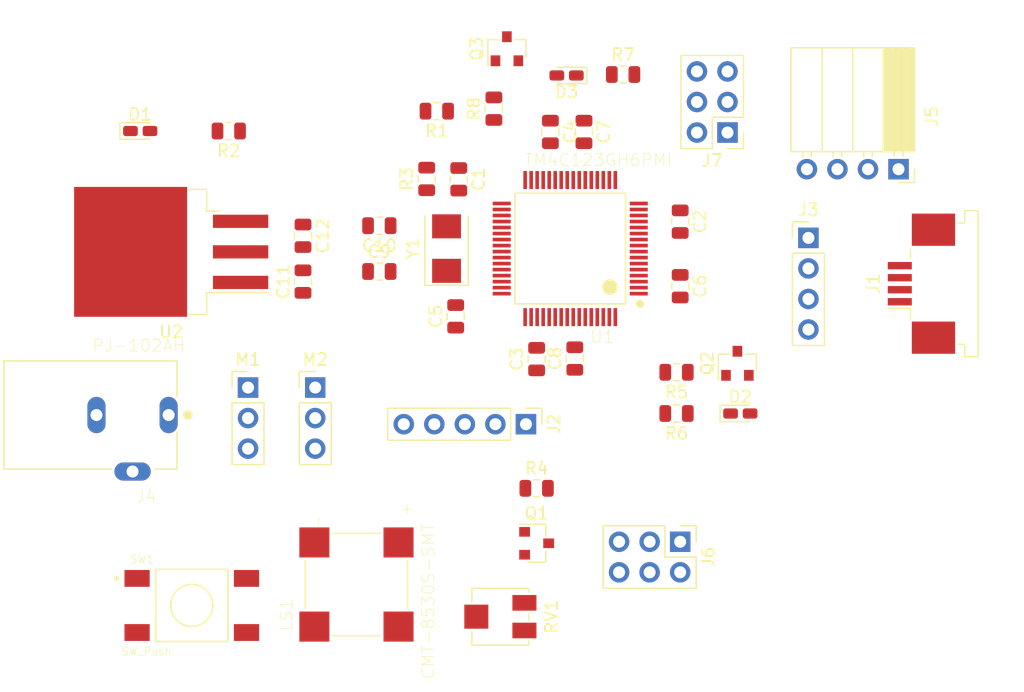
<source format=kicad_pcb>
(kicad_pcb (version 20171130) (host pcbnew 5.1.4)

  (general
    (thickness 1.6)
    (drawings 0)
    (tracks 0)
    (zones 0)
    (modules 41)
    (nets 43)
  )

  (page A4)
  (layers
    (0 F.Cu signal)
    (31 B.Cu signal)
    (32 B.Adhes user)
    (33 F.Adhes user)
    (34 B.Paste user)
    (35 F.Paste user)
    (36 B.SilkS user)
    (37 F.SilkS user)
    (38 B.Mask user)
    (39 F.Mask user)
    (40 Dwgs.User user)
    (41 Cmts.User user)
    (42 Eco1.User user)
    (43 Eco2.User user)
    (44 Edge.Cuts user)
    (45 Margin user)
    (46 B.CrtYd user)
    (47 F.CrtYd user)
    (48 B.Fab user)
    (49 F.Fab user)
  )

  (setup
    (last_trace_width 0.25)
    (trace_clearance 0.2)
    (zone_clearance 0.508)
    (zone_45_only no)
    (trace_min 0.2)
    (via_size 0.8)
    (via_drill 0.4)
    (via_min_size 0.4)
    (via_min_drill 0.3)
    (uvia_size 0.3)
    (uvia_drill 0.1)
    (uvias_allowed no)
    (uvia_min_size 0.2)
    (uvia_min_drill 0.1)
    (edge_width 0.05)
    (segment_width 0.2)
    (pcb_text_width 0.3)
    (pcb_text_size 1.5 1.5)
    (mod_edge_width 0.12)
    (mod_text_size 1 1)
    (mod_text_width 0.15)
    (pad_size 1.524 1.524)
    (pad_drill 0.762)
    (pad_to_mask_clearance 0.051)
    (solder_mask_min_width 0.25)
    (aux_axis_origin 0 0)
    (visible_elements FFFFFF7F)
    (pcbplotparams
      (layerselection 0x010fc_ffffffff)
      (usegerberextensions false)
      (usegerberattributes false)
      (usegerberadvancedattributes false)
      (creategerberjobfile false)
      (excludeedgelayer true)
      (linewidth 0.100000)
      (plotframeref false)
      (viasonmask false)
      (mode 1)
      (useauxorigin false)
      (hpglpennumber 1)
      (hpglpenspeed 20)
      (hpglpendiameter 15.000000)
      (psnegative false)
      (psa4output false)
      (plotreference true)
      (plotvalue true)
      (plotinvisibletext false)
      (padsonsilk false)
      (subtractmaskfromsilk false)
      (outputformat 1)
      (mirror false)
      (drillshape 1)
      (scaleselection 1)
      (outputdirectory ""))
  )

  (net 0 "")
  (net 1 GND)
  (net 2 +3V3)
  (net 3 /OSC1)
  (net 4 /OSC0)
  (net 5 +5V)
  (net 6 "Net-(D1-Pad2)")
  (net 7 "Net-(D2-Pad2)")
  (net 8 "Net-(D2-Pad1)")
  (net 9 "Net-(D3-Pad2)")
  (net 10 "Net-(D3-Pad1)")
  (net 11 "Net-(J1-Pad4)")
  (net 12 "Net-(J1-Pad3)")
  (net 13 "Net-(J1-Pad2)")
  (net 14 "Net-(J1-Pad1)")
  (net 15 "Net-(J2-Pad4)")
  (net 16 "Net-(J2-Pad3)")
  (net 17 "Net-(J2-Pad2)")
  (net 18 "Net-(J2-Pad1)")
  (net 19 /TX)
  (net 20 /RX)
  (net 21 /PD3)
  (net 22 /PD2)
  (net 23 /PD1)
  (net 24 "Net-(LS1-PadP)")
  (net 25 /Servo0)
  (net 26 /Servo1)
  (net 27 "Net-(Q1-Pad2)")
  (net 28 "Net-(Q1-Pad1)")
  (net 29 "Net-(Q2-Pad1)")
  (net 30 "Net-(Q3-Pad1)")
  (net 31 "Net-(R1-Pad1)")
  (net 32 /RESET)
  (net 33 /BZZZ)
  (net 34 /Blue)
  (net 35 /Red)
  (net 36 "Net-(C7-Pad2)")
  (net 37 /PA7)
  (net 38 /PA6)
  (net 39 /PA5)
  (net 40 /PA4)
  (net 41 /PA3)
  (net 42 /PA2)

  (net_class Default "This is the default net class."
    (clearance 0.2)
    (trace_width 0.25)
    (via_dia 0.8)
    (via_drill 0.4)
    (uvia_dia 0.3)
    (uvia_drill 0.1)
    (add_net +3V3)
    (add_net +5V)
    (add_net /BZZZ)
    (add_net /Blue)
    (add_net /OSC0)
    (add_net /OSC1)
    (add_net /PA2)
    (add_net /PA3)
    (add_net /PA4)
    (add_net /PA5)
    (add_net /PA6)
    (add_net /PA7)
    (add_net /PD1)
    (add_net /PD2)
    (add_net /PD3)
    (add_net /RESET)
    (add_net /RX)
    (add_net /Red)
    (add_net /Servo0)
    (add_net /Servo1)
    (add_net /TX)
    (add_net GND)
    (add_net "Net-(C7-Pad2)")
    (add_net "Net-(D1-Pad2)")
    (add_net "Net-(D2-Pad1)")
    (add_net "Net-(D2-Pad2)")
    (add_net "Net-(D3-Pad1)")
    (add_net "Net-(D3-Pad2)")
    (add_net "Net-(J1-Pad1)")
    (add_net "Net-(J1-Pad2)")
    (add_net "Net-(J1-Pad3)")
    (add_net "Net-(J1-Pad4)")
    (add_net "Net-(J2-Pad1)")
    (add_net "Net-(J2-Pad2)")
    (add_net "Net-(J2-Pad3)")
    (add_net "Net-(J2-Pad4)")
    (add_net "Net-(J4-Pad3)")
    (add_net "Net-(LS1-PadP)")
    (add_net "Net-(Q1-Pad1)")
    (add_net "Net-(Q1-Pad2)")
    (add_net "Net-(Q2-Pad1)")
    (add_net "Net-(Q3-Pad1)")
    (add_net "Net-(R1-Pad1)")
    (add_net "Net-(RV1-Pad3)")
    (add_net "Net-(U1-Pad10)")
    (add_net "Net-(U1-Pad13)")
    (add_net "Net-(U1-Pad14)")
    (add_net "Net-(U1-Pad15)")
    (add_net "Net-(U1-Pad16)")
    (add_net "Net-(U1-Pad28)")
    (add_net "Net-(U1-Pad29)")
    (add_net "Net-(U1-Pad31)")
    (add_net "Net-(U1-Pad33)")
    (add_net "Net-(U1-Pad34)")
    (add_net "Net-(U1-Pad36)")
    (add_net "Net-(U1-Pad4)")
    (add_net "Net-(U1-Pad43)")
    (add_net "Net-(U1-Pad44)")
    (add_net "Net-(U1-Pad45)")
    (add_net "Net-(U1-Pad46)")
    (add_net "Net-(U1-Pad47)")
    (add_net "Net-(U1-Pad48)")
    (add_net "Net-(U1-Pad5)")
    (add_net "Net-(U1-Pad53)")
    (add_net "Net-(U1-Pad57)")
    (add_net "Net-(U1-Pad60)")
  )

  (module Resistor_SMD:R_0805_2012Metric (layer F.Cu) (tedit 5B36C52B) (tstamp 5DB87D5E)
    (at 127.5865 107.442)
    (descr "Resistor SMD 0805 (2012 Metric), square (rectangular) end terminal, IPC_7351 nominal, (Body size source: https://docs.google.com/spreadsheets/d/1BsfQQcO9C6DZCsRaXUlFlo91Tg2WpOkGARC1WS5S8t0/edit?usp=sharing), generated with kicad-footprint-generator")
    (tags resistor)
    (path /5DF68FDB)
    (attr smd)
    (fp_text reference R7 (at 0 -1.65) (layer F.SilkS)
      (effects (font (size 1 1) (thickness 0.15)))
    )
    (fp_text value 68ohm (at 0 1.65) (layer F.Fab)
      (effects (font (size 1 1) (thickness 0.15)))
    )
    (fp_text user %R (at 0 0) (layer F.Fab)
      (effects (font (size 0.5 0.5) (thickness 0.08)))
    )
    (fp_line (start 1.68 0.95) (end -1.68 0.95) (layer F.CrtYd) (width 0.05))
    (fp_line (start 1.68 -0.95) (end 1.68 0.95) (layer F.CrtYd) (width 0.05))
    (fp_line (start -1.68 -0.95) (end 1.68 -0.95) (layer F.CrtYd) (width 0.05))
    (fp_line (start -1.68 0.95) (end -1.68 -0.95) (layer F.CrtYd) (width 0.05))
    (fp_line (start -0.258578 0.71) (end 0.258578 0.71) (layer F.SilkS) (width 0.12))
    (fp_line (start -0.258578 -0.71) (end 0.258578 -0.71) (layer F.SilkS) (width 0.12))
    (fp_line (start 1 0.6) (end -1 0.6) (layer F.Fab) (width 0.1))
    (fp_line (start 1 -0.6) (end 1 0.6) (layer F.Fab) (width 0.1))
    (fp_line (start -1 -0.6) (end 1 -0.6) (layer F.Fab) (width 0.1))
    (fp_line (start -1 0.6) (end -1 -0.6) (layer F.Fab) (width 0.1))
    (pad 2 smd roundrect (at 0.9375 0) (size 0.975 1.4) (layers F.Cu F.Paste F.Mask) (roundrect_rratio 0.25)
      (net 1 GND))
    (pad 1 smd roundrect (at -0.9375 0) (size 0.975 1.4) (layers F.Cu F.Paste F.Mask) (roundrect_rratio 0.25)
      (net 10 "Net-(D3-Pad1)"))
    (model ${KISYS3DMOD}/Resistor_SMD.3dshapes/R_0805_2012Metric.wrl
      (at (xyz 0 0 0))
      (scale (xyz 1 1 1))
      (rotate (xyz 0 0 0))
    )
  )

  (module Resistor_SMD:R_0805_2012Metric (layer F.Cu) (tedit 5B36C52B) (tstamp 5DB87D4D)
    (at 132.0315 135.636 180)
    (descr "Resistor SMD 0805 (2012 Metric), square (rectangular) end terminal, IPC_7351 nominal, (Body size source: https://docs.google.com/spreadsheets/d/1BsfQQcO9C6DZCsRaXUlFlo91Tg2WpOkGARC1WS5S8t0/edit?usp=sharing), generated with kicad-footprint-generator")
    (tags resistor)
    (path /5DF1B160)
    (attr smd)
    (fp_text reference R6 (at 0 -1.65) (layer F.SilkS)
      (effects (font (size 1 1) (thickness 0.15)))
    )
    (fp_text value 50ohm (at 0 1.65) (layer F.Fab)
      (effects (font (size 1 1) (thickness 0.15)))
    )
    (fp_text user %R (at 0 0) (layer F.Fab)
      (effects (font (size 0.5 0.5) (thickness 0.08)))
    )
    (fp_line (start 1.68 0.95) (end -1.68 0.95) (layer F.CrtYd) (width 0.05))
    (fp_line (start 1.68 -0.95) (end 1.68 0.95) (layer F.CrtYd) (width 0.05))
    (fp_line (start -1.68 -0.95) (end 1.68 -0.95) (layer F.CrtYd) (width 0.05))
    (fp_line (start -1.68 0.95) (end -1.68 -0.95) (layer F.CrtYd) (width 0.05))
    (fp_line (start -0.258578 0.71) (end 0.258578 0.71) (layer F.SilkS) (width 0.12))
    (fp_line (start -0.258578 -0.71) (end 0.258578 -0.71) (layer F.SilkS) (width 0.12))
    (fp_line (start 1 0.6) (end -1 0.6) (layer F.Fab) (width 0.1))
    (fp_line (start 1 -0.6) (end 1 0.6) (layer F.Fab) (width 0.1))
    (fp_line (start -1 -0.6) (end 1 -0.6) (layer F.Fab) (width 0.1))
    (fp_line (start -1 0.6) (end -1 -0.6) (layer F.Fab) (width 0.1))
    (pad 2 smd roundrect (at 0.9375 0 180) (size 0.975 1.4) (layers F.Cu F.Paste F.Mask) (roundrect_rratio 0.25)
      (net 1 GND))
    (pad 1 smd roundrect (at -0.9375 0 180) (size 0.975 1.4) (layers F.Cu F.Paste F.Mask) (roundrect_rratio 0.25)
      (net 8 "Net-(D2-Pad1)"))
    (model ${KISYS3DMOD}/Resistor_SMD.3dshapes/R_0805_2012Metric.wrl
      (at (xyz 0 0 0))
      (scale (xyz 1 1 1))
      (rotate (xyz 0 0 0))
    )
  )

  (module Resistor_SMD:R_0805_2012Metric (layer F.Cu) (tedit 5B36C52B) (tstamp 5DB87D3C)
    (at 132.0315 132.207 180)
    (descr "Resistor SMD 0805 (2012 Metric), square (rectangular) end terminal, IPC_7351 nominal, (Body size source: https://docs.google.com/spreadsheets/d/1BsfQQcO9C6DZCsRaXUlFlo91Tg2WpOkGARC1WS5S8t0/edit?usp=sharing), generated with kicad-footprint-generator")
    (tags resistor)
    (path /5DF15B4E)
    (attr smd)
    (fp_text reference R5 (at 0 -1.65) (layer F.SilkS)
      (effects (font (size 1 1) (thickness 0.15)))
    )
    (fp_text value 100ohm (at 0 1.65) (layer F.Fab)
      (effects (font (size 1 1) (thickness 0.15)))
    )
    (fp_text user %R (at 0 0) (layer F.Fab)
      (effects (font (size 0.5 0.5) (thickness 0.08)))
    )
    (fp_line (start 1.68 0.95) (end -1.68 0.95) (layer F.CrtYd) (width 0.05))
    (fp_line (start 1.68 -0.95) (end 1.68 0.95) (layer F.CrtYd) (width 0.05))
    (fp_line (start -1.68 -0.95) (end 1.68 -0.95) (layer F.CrtYd) (width 0.05))
    (fp_line (start -1.68 0.95) (end -1.68 -0.95) (layer F.CrtYd) (width 0.05))
    (fp_line (start -0.258578 0.71) (end 0.258578 0.71) (layer F.SilkS) (width 0.12))
    (fp_line (start -0.258578 -0.71) (end 0.258578 -0.71) (layer F.SilkS) (width 0.12))
    (fp_line (start 1 0.6) (end -1 0.6) (layer F.Fab) (width 0.1))
    (fp_line (start 1 -0.6) (end 1 0.6) (layer F.Fab) (width 0.1))
    (fp_line (start -1 -0.6) (end 1 -0.6) (layer F.Fab) (width 0.1))
    (fp_line (start -1 0.6) (end -1 -0.6) (layer F.Fab) (width 0.1))
    (pad 2 smd roundrect (at 0.9375 0 180) (size 0.975 1.4) (layers F.Cu F.Paste F.Mask) (roundrect_rratio 0.25)
      (net 34 /Blue))
    (pad 1 smd roundrect (at -0.9375 0 180) (size 0.975 1.4) (layers F.Cu F.Paste F.Mask) (roundrect_rratio 0.25)
      (net 29 "Net-(Q2-Pad1)"))
    (model ${KISYS3DMOD}/Resistor_SMD.3dshapes/R_0805_2012Metric.wrl
      (at (xyz 0 0 0))
      (scale (xyz 1 1 1))
      (rotate (xyz 0 0 0))
    )
  )

  (module Resistor_SMD:R_0805_2012Metric (layer F.Cu) (tedit 5B36C52B) (tstamp 5DB87D2B)
    (at 120.396 141.859)
    (descr "Resistor SMD 0805 (2012 Metric), square (rectangular) end terminal, IPC_7351 nominal, (Body size source: https://docs.google.com/spreadsheets/d/1BsfQQcO9C6DZCsRaXUlFlo91Tg2WpOkGARC1WS5S8t0/edit?usp=sharing), generated with kicad-footprint-generator")
    (tags resistor)
    (path /5DDE1DD4)
    (attr smd)
    (fp_text reference R4 (at 0 -1.65) (layer F.SilkS)
      (effects (font (size 1 1) (thickness 0.15)))
    )
    (fp_text value 100ohm (at 0 1.65) (layer F.Fab)
      (effects (font (size 1 1) (thickness 0.15)))
    )
    (fp_text user %R (at 0 0) (layer F.Fab)
      (effects (font (size 0.5 0.5) (thickness 0.08)))
    )
    (fp_line (start 1.68 0.95) (end -1.68 0.95) (layer F.CrtYd) (width 0.05))
    (fp_line (start 1.68 -0.95) (end 1.68 0.95) (layer F.CrtYd) (width 0.05))
    (fp_line (start -1.68 -0.95) (end 1.68 -0.95) (layer F.CrtYd) (width 0.05))
    (fp_line (start -1.68 0.95) (end -1.68 -0.95) (layer F.CrtYd) (width 0.05))
    (fp_line (start -0.258578 0.71) (end 0.258578 0.71) (layer F.SilkS) (width 0.12))
    (fp_line (start -0.258578 -0.71) (end 0.258578 -0.71) (layer F.SilkS) (width 0.12))
    (fp_line (start 1 0.6) (end -1 0.6) (layer F.Fab) (width 0.1))
    (fp_line (start 1 -0.6) (end 1 0.6) (layer F.Fab) (width 0.1))
    (fp_line (start -1 -0.6) (end 1 -0.6) (layer F.Fab) (width 0.1))
    (fp_line (start -1 0.6) (end -1 -0.6) (layer F.Fab) (width 0.1))
    (pad 2 smd roundrect (at 0.9375 0) (size 0.975 1.4) (layers F.Cu F.Paste F.Mask) (roundrect_rratio 0.25)
      (net 33 /BZZZ))
    (pad 1 smd roundrect (at -0.9375 0) (size 0.975 1.4) (layers F.Cu F.Paste F.Mask) (roundrect_rratio 0.25)
      (net 28 "Net-(Q1-Pad1)"))
    (model ${KISYS3DMOD}/Resistor_SMD.3dshapes/R_0805_2012Metric.wrl
      (at (xyz 0 0 0))
      (scale (xyz 1 1 1))
      (rotate (xyz 0 0 0))
    )
  )

  (module Resistor_SMD:R_0805_2012Metric (layer F.Cu) (tedit 5B36C52B) (tstamp 5DB87D1A)
    (at 111.252 116.1265 90)
    (descr "Resistor SMD 0805 (2012 Metric), square (rectangular) end terminal, IPC_7351 nominal, (Body size source: https://docs.google.com/spreadsheets/d/1BsfQQcO9C6DZCsRaXUlFlo91Tg2WpOkGARC1WS5S8t0/edit?usp=sharing), generated with kicad-footprint-generator")
    (tags resistor)
    (path /5DD15560)
    (attr smd)
    (fp_text reference R3 (at 0 -1.65 90) (layer F.SilkS)
      (effects (font (size 1 1) (thickness 0.15)))
    )
    (fp_text value 10k (at 0 1.65 90) (layer F.Fab)
      (effects (font (size 1 1) (thickness 0.15)))
    )
    (fp_text user %R (at 0 0 90) (layer F.Fab)
      (effects (font (size 0.5 0.5) (thickness 0.08)))
    )
    (fp_line (start 1.68 0.95) (end -1.68 0.95) (layer F.CrtYd) (width 0.05))
    (fp_line (start 1.68 -0.95) (end 1.68 0.95) (layer F.CrtYd) (width 0.05))
    (fp_line (start -1.68 -0.95) (end 1.68 -0.95) (layer F.CrtYd) (width 0.05))
    (fp_line (start -1.68 0.95) (end -1.68 -0.95) (layer F.CrtYd) (width 0.05))
    (fp_line (start -0.258578 0.71) (end 0.258578 0.71) (layer F.SilkS) (width 0.12))
    (fp_line (start -0.258578 -0.71) (end 0.258578 -0.71) (layer F.SilkS) (width 0.12))
    (fp_line (start 1 0.6) (end -1 0.6) (layer F.Fab) (width 0.1))
    (fp_line (start 1 -0.6) (end 1 0.6) (layer F.Fab) (width 0.1))
    (fp_line (start -1 -0.6) (end 1 -0.6) (layer F.Fab) (width 0.1))
    (fp_line (start -1 0.6) (end -1 -0.6) (layer F.Fab) (width 0.1))
    (pad 2 smd roundrect (at 0.9375 0 90) (size 0.975 1.4) (layers F.Cu F.Paste F.Mask) (roundrect_rratio 0.25)
      (net 32 /RESET))
    (pad 1 smd roundrect (at -0.9375 0 90) (size 0.975 1.4) (layers F.Cu F.Paste F.Mask) (roundrect_rratio 0.25)
      (net 2 +3V3))
    (model ${KISYS3DMOD}/Resistor_SMD.3dshapes/R_0805_2012Metric.wrl
      (at (xyz 0 0 0))
      (scale (xyz 1 1 1))
      (rotate (xyz 0 0 0))
    )
  )

  (module Resistor_SMD:R_0805_2012Metric (layer F.Cu) (tedit 5B36C52B) (tstamp 5DB87CE9)
    (at 112.0925 110.49 180)
    (descr "Resistor SMD 0805 (2012 Metric), square (rectangular) end terminal, IPC_7351 nominal, (Body size source: https://docs.google.com/spreadsheets/d/1BsfQQcO9C6DZCsRaXUlFlo91Tg2WpOkGARC1WS5S8t0/edit?usp=sharing), generated with kicad-footprint-generator")
    (tags resistor)
    (path /5DD72687)
    (attr smd)
    (fp_text reference R1 (at 0 -1.65) (layer F.SilkS)
      (effects (font (size 1 1) (thickness 0.15)))
    )
    (fp_text value 1Mohm (at 0 1.65) (layer F.Fab)
      (effects (font (size 1 1) (thickness 0.15)))
    )
    (fp_text user %R (at 0 0) (layer F.Fab)
      (effects (font (size 0.5 0.5) (thickness 0.08)))
    )
    (fp_line (start 1.68 0.95) (end -1.68 0.95) (layer F.CrtYd) (width 0.05))
    (fp_line (start 1.68 -0.95) (end 1.68 0.95) (layer F.CrtYd) (width 0.05))
    (fp_line (start -1.68 -0.95) (end 1.68 -0.95) (layer F.CrtYd) (width 0.05))
    (fp_line (start -1.68 0.95) (end -1.68 -0.95) (layer F.CrtYd) (width 0.05))
    (fp_line (start -0.258578 0.71) (end 0.258578 0.71) (layer F.SilkS) (width 0.12))
    (fp_line (start -0.258578 -0.71) (end 0.258578 -0.71) (layer F.SilkS) (width 0.12))
    (fp_line (start 1 0.6) (end -1 0.6) (layer F.Fab) (width 0.1))
    (fp_line (start 1 -0.6) (end 1 0.6) (layer F.Fab) (width 0.1))
    (fp_line (start -1 -0.6) (end 1 -0.6) (layer F.Fab) (width 0.1))
    (fp_line (start -1 0.6) (end -1 -0.6) (layer F.Fab) (width 0.1))
    (pad 2 smd roundrect (at 0.9375 0 180) (size 0.975 1.4) (layers F.Cu F.Paste F.Mask) (roundrect_rratio 0.25)
      (net 2 +3V3))
    (pad 1 smd roundrect (at -0.9375 0 180) (size 0.975 1.4) (layers F.Cu F.Paste F.Mask) (roundrect_rratio 0.25)
      (net 31 "Net-(R1-Pad1)"))
    (model ${KISYS3DMOD}/Resistor_SMD.3dshapes/R_0805_2012Metric.wrl
      (at (xyz 0 0 0))
      (scale (xyz 1 1 1))
      (rotate (xyz 0 0 0))
    )
  )

  (module Capacitor_SMD:C_0805_2012Metric (layer F.Cu) (tedit 5B36C52B) (tstamp 5DB8795E)
    (at 100.965 124.6655 90)
    (descr "Capacitor SMD 0805 (2012 Metric), square (rectangular) end terminal, IPC_7351 nominal, (Body size source: https://docs.google.com/spreadsheets/d/1BsfQQcO9C6DZCsRaXUlFlo91Tg2WpOkGARC1WS5S8t0/edit?usp=sharing), generated with kicad-footprint-generator")
    (tags capacitor)
    (path /5DBEA3D8)
    (attr smd)
    (fp_text reference C11 (at 0 -1.65 90) (layer F.SilkS)
      (effects (font (size 1 1) (thickness 0.15)))
    )
    (fp_text value 0.1uF (at 0 1.65 90) (layer F.Fab)
      (effects (font (size 1 1) (thickness 0.15)))
    )
    (fp_text user %R (at 0 0 90) (layer F.Fab)
      (effects (font (size 0.5 0.5) (thickness 0.08)))
    )
    (fp_line (start 1.68 0.95) (end -1.68 0.95) (layer F.CrtYd) (width 0.05))
    (fp_line (start 1.68 -0.95) (end 1.68 0.95) (layer F.CrtYd) (width 0.05))
    (fp_line (start -1.68 -0.95) (end 1.68 -0.95) (layer F.CrtYd) (width 0.05))
    (fp_line (start -1.68 0.95) (end -1.68 -0.95) (layer F.CrtYd) (width 0.05))
    (fp_line (start -0.258578 0.71) (end 0.258578 0.71) (layer F.SilkS) (width 0.12))
    (fp_line (start -0.258578 -0.71) (end 0.258578 -0.71) (layer F.SilkS) (width 0.12))
    (fp_line (start 1 0.6) (end -1 0.6) (layer F.Fab) (width 0.1))
    (fp_line (start 1 -0.6) (end 1 0.6) (layer F.Fab) (width 0.1))
    (fp_line (start -1 -0.6) (end 1 -0.6) (layer F.Fab) (width 0.1))
    (fp_line (start -1 0.6) (end -1 -0.6) (layer F.Fab) (width 0.1))
    (pad 2 smd roundrect (at 0.9375 0 90) (size 0.975 1.4) (layers F.Cu F.Paste F.Mask) (roundrect_rratio 0.25)
      (net 1 GND))
    (pad 1 smd roundrect (at -0.9375 0 90) (size 0.975 1.4) (layers F.Cu F.Paste F.Mask) (roundrect_rratio 0.25)
      (net 5 +5V))
    (model ${KISYS3DMOD}/Capacitor_SMD.3dshapes/C_0805_2012Metric.wrl
      (at (xyz 0 0 0))
      (scale (xyz 1 1 1))
      (rotate (xyz 0 0 0))
    )
  )

  (module Capacitor_SMD:C_0805_2012Metric (layer F.Cu) (tedit 5B36C52B) (tstamp 5DB878CD)
    (at 132.334 125.0465 270)
    (descr "Capacitor SMD 0805 (2012 Metric), square (rectangular) end terminal, IPC_7351 nominal, (Body size source: https://docs.google.com/spreadsheets/d/1BsfQQcO9C6DZCsRaXUlFlo91Tg2WpOkGARC1WS5S8t0/edit?usp=sharing), generated with kicad-footprint-generator")
    (tags capacitor)
    (path /5DB7B71C)
    (attr smd)
    (fp_text reference C6 (at 0 -1.65 90) (layer F.SilkS)
      (effects (font (size 1 1) (thickness 0.15)))
    )
    (fp_text value 3.3uF (at 0 1.65 90) (layer F.Fab)
      (effects (font (size 1 1) (thickness 0.15)))
    )
    (fp_text user %R (at 0 0 90) (layer F.Fab)
      (effects (font (size 0.5 0.5) (thickness 0.08)))
    )
    (fp_line (start 1.68 0.95) (end -1.68 0.95) (layer F.CrtYd) (width 0.05))
    (fp_line (start 1.68 -0.95) (end 1.68 0.95) (layer F.CrtYd) (width 0.05))
    (fp_line (start -1.68 -0.95) (end 1.68 -0.95) (layer F.CrtYd) (width 0.05))
    (fp_line (start -1.68 0.95) (end -1.68 -0.95) (layer F.CrtYd) (width 0.05))
    (fp_line (start -0.258578 0.71) (end 0.258578 0.71) (layer F.SilkS) (width 0.12))
    (fp_line (start -0.258578 -0.71) (end 0.258578 -0.71) (layer F.SilkS) (width 0.12))
    (fp_line (start 1 0.6) (end -1 0.6) (layer F.Fab) (width 0.1))
    (fp_line (start 1 -0.6) (end 1 0.6) (layer F.Fab) (width 0.1))
    (fp_line (start -1 -0.6) (end 1 -0.6) (layer F.Fab) (width 0.1))
    (fp_line (start -1 0.6) (end -1 -0.6) (layer F.Fab) (width 0.1))
    (pad 2 smd roundrect (at 0.9375 0 270) (size 0.975 1.4) (layers F.Cu F.Paste F.Mask) (roundrect_rratio 0.25)
      (net 2 +3V3))
    (pad 1 smd roundrect (at -0.9375 0 270) (size 0.975 1.4) (layers F.Cu F.Paste F.Mask) (roundrect_rratio 0.25)
      (net 1 GND))
    (model ${KISYS3DMOD}/Capacitor_SMD.3dshapes/C_0805_2012Metric.wrl
      (at (xyz 0 0 0))
      (scale (xyz 1 1 1))
      (rotate (xyz 0 0 0))
    )
  )

  (module Capacitor_SMD:C_0805_2012Metric (layer F.Cu) (tedit 5B36C52B) (tstamp 5DB878BC)
    (at 113.665 127.5565 90)
    (descr "Capacitor SMD 0805 (2012 Metric), square (rectangular) end terminal, IPC_7351 nominal, (Body size source: https://docs.google.com/spreadsheets/d/1BsfQQcO9C6DZCsRaXUlFlo91Tg2WpOkGARC1WS5S8t0/edit?usp=sharing), generated with kicad-footprint-generator")
    (tags capacitor)
    (path /5DB7B21B)
    (attr smd)
    (fp_text reference C5 (at 0 -1.65 90) (layer F.SilkS)
      (effects (font (size 1 1) (thickness 0.15)))
    )
    (fp_text value 3.3uF (at 0 1.65 90) (layer F.Fab)
      (effects (font (size 1 1) (thickness 0.15)))
    )
    (fp_text user %R (at 0 0 90) (layer F.Fab)
      (effects (font (size 0.5 0.5) (thickness 0.08)))
    )
    (fp_line (start 1.68 0.95) (end -1.68 0.95) (layer F.CrtYd) (width 0.05))
    (fp_line (start 1.68 -0.95) (end 1.68 0.95) (layer F.CrtYd) (width 0.05))
    (fp_line (start -1.68 -0.95) (end 1.68 -0.95) (layer F.CrtYd) (width 0.05))
    (fp_line (start -1.68 0.95) (end -1.68 -0.95) (layer F.CrtYd) (width 0.05))
    (fp_line (start -0.258578 0.71) (end 0.258578 0.71) (layer F.SilkS) (width 0.12))
    (fp_line (start -0.258578 -0.71) (end 0.258578 -0.71) (layer F.SilkS) (width 0.12))
    (fp_line (start 1 0.6) (end -1 0.6) (layer F.Fab) (width 0.1))
    (fp_line (start 1 -0.6) (end 1 0.6) (layer F.Fab) (width 0.1))
    (fp_line (start -1 -0.6) (end 1 -0.6) (layer F.Fab) (width 0.1))
    (fp_line (start -1 0.6) (end -1 -0.6) (layer F.Fab) (width 0.1))
    (pad 2 smd roundrect (at 0.9375 0 90) (size 0.975 1.4) (layers F.Cu F.Paste F.Mask) (roundrect_rratio 0.25)
      (net 2 +3V3))
    (pad 1 smd roundrect (at -0.9375 0 90) (size 0.975 1.4) (layers F.Cu F.Paste F.Mask) (roundrect_rratio 0.25)
      (net 1 GND))
    (model ${KISYS3DMOD}/Capacitor_SMD.3dshapes/C_0805_2012Metric.wrl
      (at (xyz 0 0 0))
      (scale (xyz 1 1 1))
      (rotate (xyz 0 0 0))
    )
  )

  (module Capacitor_SMD:C_0805_2012Metric (layer F.Cu) (tedit 5B36C52B) (tstamp 5DB880E7)
    (at 132.334 119.6825 270)
    (descr "Capacitor SMD 0805 (2012 Metric), square (rectangular) end terminal, IPC_7351 nominal, (Body size source: https://docs.google.com/spreadsheets/d/1BsfQQcO9C6DZCsRaXUlFlo91Tg2WpOkGARC1WS5S8t0/edit?usp=sharing), generated with kicad-footprint-generator")
    (tags capacitor)
    (path /5DB799E7)
    (attr smd)
    (fp_text reference C2 (at 0 -1.65 90) (layer F.SilkS)
      (effects (font (size 1 1) (thickness 0.15)))
    )
    (fp_text value .1uF (at 0 1.65 90) (layer F.Fab)
      (effects (font (size 1 1) (thickness 0.15)))
    )
    (fp_text user %R (at 0 0 90) (layer F.Fab)
      (effects (font (size 0.5 0.5) (thickness 0.08)))
    )
    (fp_line (start 1.68 0.95) (end -1.68 0.95) (layer F.CrtYd) (width 0.05))
    (fp_line (start 1.68 -0.95) (end 1.68 0.95) (layer F.CrtYd) (width 0.05))
    (fp_line (start -1.68 -0.95) (end 1.68 -0.95) (layer F.CrtYd) (width 0.05))
    (fp_line (start -1.68 0.95) (end -1.68 -0.95) (layer F.CrtYd) (width 0.05))
    (fp_line (start -0.258578 0.71) (end 0.258578 0.71) (layer F.SilkS) (width 0.12))
    (fp_line (start -0.258578 -0.71) (end 0.258578 -0.71) (layer F.SilkS) (width 0.12))
    (fp_line (start 1 0.6) (end -1 0.6) (layer F.Fab) (width 0.1))
    (fp_line (start 1 -0.6) (end 1 0.6) (layer F.Fab) (width 0.1))
    (fp_line (start -1 -0.6) (end 1 -0.6) (layer F.Fab) (width 0.1))
    (fp_line (start -1 0.6) (end -1 -0.6) (layer F.Fab) (width 0.1))
    (pad 2 smd roundrect (at 0.9375 0 270) (size 0.975 1.4) (layers F.Cu F.Paste F.Mask) (roundrect_rratio 0.25)
      (net 2 +3V3))
    (pad 1 smd roundrect (at -0.9375 0 270) (size 0.975 1.4) (layers F.Cu F.Paste F.Mask) (roundrect_rratio 0.25)
      (net 1 GND))
    (model ${KISYS3DMOD}/Capacitor_SMD.3dshapes/C_0805_2012Metric.wrl
      (at (xyz 0 0 0))
      (scale (xyz 1 1 1))
      (rotate (xyz 0 0 0))
    )
  )

  (module Capacitor_SMD:C_0805_2012Metric (layer F.Cu) (tedit 5B36C52B) (tstamp 5DB7C5D8)
    (at 121.539 112.2195 270)
    (descr "Capacitor SMD 0805 (2012 Metric), square (rectangular) end terminal, IPC_7351 nominal, (Body size source: https://docs.google.com/spreadsheets/d/1BsfQQcO9C6DZCsRaXUlFlo91Tg2WpOkGARC1WS5S8t0/edit?usp=sharing), generated with kicad-footprint-generator")
    (tags capacitor)
    (path /5DB7AD11)
    (attr smd)
    (fp_text reference C4 (at 0 -1.65 90) (layer F.SilkS)
      (effects (font (size 1 1) (thickness 0.15)))
    )
    (fp_text value .1uF (at 0 1.65 90) (layer F.Fab)
      (effects (font (size 1 1) (thickness 0.15)))
    )
    (fp_text user %R (at 0 0 90) (layer F.Fab)
      (effects (font (size 0.5 0.5) (thickness 0.08)))
    )
    (fp_line (start 1.68 0.95) (end -1.68 0.95) (layer F.CrtYd) (width 0.05))
    (fp_line (start 1.68 -0.95) (end 1.68 0.95) (layer F.CrtYd) (width 0.05))
    (fp_line (start -1.68 -0.95) (end 1.68 -0.95) (layer F.CrtYd) (width 0.05))
    (fp_line (start -1.68 0.95) (end -1.68 -0.95) (layer F.CrtYd) (width 0.05))
    (fp_line (start -0.258578 0.71) (end 0.258578 0.71) (layer F.SilkS) (width 0.12))
    (fp_line (start -0.258578 -0.71) (end 0.258578 -0.71) (layer F.SilkS) (width 0.12))
    (fp_line (start 1 0.6) (end -1 0.6) (layer F.Fab) (width 0.1))
    (fp_line (start 1 -0.6) (end 1 0.6) (layer F.Fab) (width 0.1))
    (fp_line (start -1 -0.6) (end 1 -0.6) (layer F.Fab) (width 0.1))
    (fp_line (start -1 0.6) (end -1 -0.6) (layer F.Fab) (width 0.1))
    (pad 2 smd roundrect (at 0.9375 0 270) (size 0.975 1.4) (layers F.Cu F.Paste F.Mask) (roundrect_rratio 0.25)
      (net 2 +3V3))
    (pad 1 smd roundrect (at -0.9375 0 270) (size 0.975 1.4) (layers F.Cu F.Paste F.Mask) (roundrect_rratio 0.25)
      (net 1 GND))
    (model ${KISYS3DMOD}/Capacitor_SMD.3dshapes/C_0805_2012Metric.wrl
      (at (xyz 0 0 0))
      (scale (xyz 1 1 1))
      (rotate (xyz 0 0 0))
    )
  )

  (module Capacitor_SMD:C_0805_2012Metric (layer F.Cu) (tedit 5B36C52B) (tstamp 5DB7C5B0)
    (at 120.396 131.1125 90)
    (descr "Capacitor SMD 0805 (2012 Metric), square (rectangular) end terminal, IPC_7351 nominal, (Body size source: https://docs.google.com/spreadsheets/d/1BsfQQcO9C6DZCsRaXUlFlo91Tg2WpOkGARC1WS5S8t0/edit?usp=sharing), generated with kicad-footprint-generator")
    (tags capacitor)
    (path /5DB78254)
    (attr smd)
    (fp_text reference C3 (at 0 -1.65 90) (layer F.SilkS)
      (effects (font (size 1 1) (thickness 0.15)))
    )
    (fp_text value .1uF (at 0 1.65 90) (layer F.Fab)
      (effects (font (size 1 1) (thickness 0.15)))
    )
    (fp_text user %R (at 0 0 90) (layer F.Fab)
      (effects (font (size 0.5 0.5) (thickness 0.08)))
    )
    (fp_line (start 1.68 0.95) (end -1.68 0.95) (layer F.CrtYd) (width 0.05))
    (fp_line (start 1.68 -0.95) (end 1.68 0.95) (layer F.CrtYd) (width 0.05))
    (fp_line (start -1.68 -0.95) (end 1.68 -0.95) (layer F.CrtYd) (width 0.05))
    (fp_line (start -1.68 0.95) (end -1.68 -0.95) (layer F.CrtYd) (width 0.05))
    (fp_line (start -0.258578 0.71) (end 0.258578 0.71) (layer F.SilkS) (width 0.12))
    (fp_line (start -0.258578 -0.71) (end 0.258578 -0.71) (layer F.SilkS) (width 0.12))
    (fp_line (start 1 0.6) (end -1 0.6) (layer F.Fab) (width 0.1))
    (fp_line (start 1 -0.6) (end 1 0.6) (layer F.Fab) (width 0.1))
    (fp_line (start -1 -0.6) (end 1 -0.6) (layer F.Fab) (width 0.1))
    (fp_line (start -1 0.6) (end -1 -0.6) (layer F.Fab) (width 0.1))
    (pad 2 smd roundrect (at 0.9375 0 90) (size 0.975 1.4) (layers F.Cu F.Paste F.Mask) (roundrect_rratio 0.25)
      (net 2 +3V3))
    (pad 1 smd roundrect (at -0.9375 0 90) (size 0.975 1.4) (layers F.Cu F.Paste F.Mask) (roundrect_rratio 0.25)
      (net 1 GND))
    (model ${KISYS3DMOD}/Capacitor_SMD.3dshapes/C_0805_2012Metric.wrl
      (at (xyz 0 0 0))
      (scale (xyz 1 1 1))
      (rotate (xyz 0 0 0))
    )
  )

  (module Capacitor_SMD:C_0805_2012Metric (layer F.Cu) (tedit 5B36C52B) (tstamp 5DB7C58E)
    (at 113.919 116.1565 270)
    (descr "Capacitor SMD 0805 (2012 Metric), square (rectangular) end terminal, IPC_7351 nominal, (Body size source: https://docs.google.com/spreadsheets/d/1BsfQQcO9C6DZCsRaXUlFlo91Tg2WpOkGARC1WS5S8t0/edit?usp=sharing), generated with kicad-footprint-generator")
    (tags capacitor)
    (path /5DB77D16)
    (attr smd)
    (fp_text reference C1 (at 0 -1.65 90) (layer F.SilkS)
      (effects (font (size 1 1) (thickness 0.15)))
    )
    (fp_text value .1uF (at 0 1.65 90) (layer F.Fab)
      (effects (font (size 1 1) (thickness 0.15)))
    )
    (fp_text user %R (at 0 0 90) (layer F.Fab)
      (effects (font (size 0.5 0.5) (thickness 0.08)))
    )
    (fp_line (start 1.68 0.95) (end -1.68 0.95) (layer F.CrtYd) (width 0.05))
    (fp_line (start 1.68 -0.95) (end 1.68 0.95) (layer F.CrtYd) (width 0.05))
    (fp_line (start -1.68 -0.95) (end 1.68 -0.95) (layer F.CrtYd) (width 0.05))
    (fp_line (start -1.68 0.95) (end -1.68 -0.95) (layer F.CrtYd) (width 0.05))
    (fp_line (start -0.258578 0.71) (end 0.258578 0.71) (layer F.SilkS) (width 0.12))
    (fp_line (start -0.258578 -0.71) (end 0.258578 -0.71) (layer F.SilkS) (width 0.12))
    (fp_line (start 1 0.6) (end -1 0.6) (layer F.Fab) (width 0.1))
    (fp_line (start 1 -0.6) (end 1 0.6) (layer F.Fab) (width 0.1))
    (fp_line (start -1 -0.6) (end 1 -0.6) (layer F.Fab) (width 0.1))
    (fp_line (start -1 0.6) (end -1 -0.6) (layer F.Fab) (width 0.1))
    (pad 2 smd roundrect (at 0.9375 0 270) (size 0.975 1.4) (layers F.Cu F.Paste F.Mask) (roundrect_rratio 0.25)
      (net 2 +3V3))
    (pad 1 smd roundrect (at -0.9375 0 270) (size 0.975 1.4) (layers F.Cu F.Paste F.Mask) (roundrect_rratio 0.25)
      (net 1 GND))
    (model ${KISYS3DMOD}/Capacitor_SMD.3dshapes/C_0805_2012Metric.wrl
      (at (xyz 0 0 0))
      (scale (xyz 1 1 1))
      (rotate (xyz 0 0 0))
    )
  )

  (module Capacitor_SMD:C_0805_2012Metric (layer F.Cu) (tedit 5B36C52B) (tstamp 5DB7FA64)
    (at 100.965 120.8555 270)
    (descr "Capacitor SMD 0805 (2012 Metric), square (rectangular) end terminal, IPC_7351 nominal, (Body size source: https://docs.google.com/spreadsheets/d/1BsfQQcO9C6DZCsRaXUlFlo91Tg2WpOkGARC1WS5S8t0/edit?usp=sharing), generated with kicad-footprint-generator")
    (tags capacitor)
    (path /5DBEA98E)
    (attr smd)
    (fp_text reference C12 (at 0 -1.65 90) (layer F.SilkS)
      (effects (font (size 1 1) (thickness 0.15)))
    )
    (fp_text value 10uF (at 0 1.65 90) (layer F.Fab)
      (effects (font (size 1 1) (thickness 0.15)))
    )
    (fp_text user %R (at 0 0 90) (layer F.Fab)
      (effects (font (size 0.5 0.5) (thickness 0.08)))
    )
    (fp_line (start 1.68 0.95) (end -1.68 0.95) (layer F.CrtYd) (width 0.05))
    (fp_line (start 1.68 -0.95) (end 1.68 0.95) (layer F.CrtYd) (width 0.05))
    (fp_line (start -1.68 -0.95) (end 1.68 -0.95) (layer F.CrtYd) (width 0.05))
    (fp_line (start -1.68 0.95) (end -1.68 -0.95) (layer F.CrtYd) (width 0.05))
    (fp_line (start -0.258578 0.71) (end 0.258578 0.71) (layer F.SilkS) (width 0.12))
    (fp_line (start -0.258578 -0.71) (end 0.258578 -0.71) (layer F.SilkS) (width 0.12))
    (fp_line (start 1 0.6) (end -1 0.6) (layer F.Fab) (width 0.1))
    (fp_line (start 1 -0.6) (end 1 0.6) (layer F.Fab) (width 0.1))
    (fp_line (start -1 -0.6) (end 1 -0.6) (layer F.Fab) (width 0.1))
    (fp_line (start -1 0.6) (end -1 -0.6) (layer F.Fab) (width 0.1))
    (pad 2 smd roundrect (at 0.9375 0 270) (size 0.975 1.4) (layers F.Cu F.Paste F.Mask) (roundrect_rratio 0.25)
      (net 1 GND))
    (pad 1 smd roundrect (at -0.9375 0 270) (size 0.975 1.4) (layers F.Cu F.Paste F.Mask) (roundrect_rratio 0.25)
      (net 2 +3V3))
    (model ${KISYS3DMOD}/Capacitor_SMD.3dshapes/C_0805_2012Metric.wrl
      (at (xyz 0 0 0))
      (scale (xyz 1 1 1))
      (rotate (xyz 0 0 0))
    )
  )

  (module Capacitor_SMD:C_0805_2012Metric (layer F.Cu) (tedit 5B36C52B) (tstamp 5DB7F5A3)
    (at 107.312 120.015 180)
    (descr "Capacitor SMD 0805 (2012 Metric), square (rectangular) end terminal, IPC_7351 nominal, (Body size source: https://docs.google.com/spreadsheets/d/1BsfQQcO9C6DZCsRaXUlFlo91Tg2WpOkGARC1WS5S8t0/edit?usp=sharing), generated with kicad-footprint-generator")
    (tags capacitor)
    (path /5DB5AD7A)
    (attr smd)
    (fp_text reference C10 (at 0 -1.65) (layer F.SilkS)
      (effects (font (size 1 1) (thickness 0.15)))
    )
    (fp_text value 10pF (at 0 1.65) (layer F.Fab)
      (effects (font (size 1 1) (thickness 0.15)))
    )
    (fp_text user %R (at 0 0) (layer F.Fab)
      (effects (font (size 0.5 0.5) (thickness 0.08)))
    )
    (fp_line (start 1.68 0.95) (end -1.68 0.95) (layer F.CrtYd) (width 0.05))
    (fp_line (start 1.68 -0.95) (end 1.68 0.95) (layer F.CrtYd) (width 0.05))
    (fp_line (start -1.68 -0.95) (end 1.68 -0.95) (layer F.CrtYd) (width 0.05))
    (fp_line (start -1.68 0.95) (end -1.68 -0.95) (layer F.CrtYd) (width 0.05))
    (fp_line (start -0.258578 0.71) (end 0.258578 0.71) (layer F.SilkS) (width 0.12))
    (fp_line (start -0.258578 -0.71) (end 0.258578 -0.71) (layer F.SilkS) (width 0.12))
    (fp_line (start 1 0.6) (end -1 0.6) (layer F.Fab) (width 0.1))
    (fp_line (start 1 -0.6) (end 1 0.6) (layer F.Fab) (width 0.1))
    (fp_line (start -1 -0.6) (end 1 -0.6) (layer F.Fab) (width 0.1))
    (fp_line (start -1 0.6) (end -1 -0.6) (layer F.Fab) (width 0.1))
    (pad 2 smd roundrect (at 0.9375 0 180) (size 0.975 1.4) (layers F.Cu F.Paste F.Mask) (roundrect_rratio 0.25)
      (net 1 GND))
    (pad 1 smd roundrect (at -0.9375 0 180) (size 0.975 1.4) (layers F.Cu F.Paste F.Mask) (roundrect_rratio 0.25)
      (net 4 /OSC0))
    (model ${KISYS3DMOD}/Capacitor_SMD.3dshapes/C_0805_2012Metric.wrl
      (at (xyz 0 0 0))
      (scale (xyz 1 1 1))
      (rotate (xyz 0 0 0))
    )
  )

  (module Capacitor_SMD:C_0805_2012Metric (layer F.Cu) (tedit 5B36C52B) (tstamp 5DB7C64F)
    (at 107.312 123.825)
    (descr "Capacitor SMD 0805 (2012 Metric), square (rectangular) end terminal, IPC_7351 nominal, (Body size source: https://docs.google.com/spreadsheets/d/1BsfQQcO9C6DZCsRaXUlFlo91Tg2WpOkGARC1WS5S8t0/edit?usp=sharing), generated with kicad-footprint-generator")
    (tags capacitor)
    (path /5DB5A83D)
    (attr smd)
    (fp_text reference C9 (at 0 -1.65) (layer F.SilkS)
      (effects (font (size 1 1) (thickness 0.15)))
    )
    (fp_text value 10pF (at 0 1.65) (layer F.Fab)
      (effects (font (size 1 1) (thickness 0.15)))
    )
    (fp_text user %R (at 0 0) (layer F.Fab)
      (effects (font (size 0.5 0.5) (thickness 0.08)))
    )
    (fp_line (start 1.68 0.95) (end -1.68 0.95) (layer F.CrtYd) (width 0.05))
    (fp_line (start 1.68 -0.95) (end 1.68 0.95) (layer F.CrtYd) (width 0.05))
    (fp_line (start -1.68 -0.95) (end 1.68 -0.95) (layer F.CrtYd) (width 0.05))
    (fp_line (start -1.68 0.95) (end -1.68 -0.95) (layer F.CrtYd) (width 0.05))
    (fp_line (start -0.258578 0.71) (end 0.258578 0.71) (layer F.SilkS) (width 0.12))
    (fp_line (start -0.258578 -0.71) (end 0.258578 -0.71) (layer F.SilkS) (width 0.12))
    (fp_line (start 1 0.6) (end -1 0.6) (layer F.Fab) (width 0.1))
    (fp_line (start 1 -0.6) (end 1 0.6) (layer F.Fab) (width 0.1))
    (fp_line (start -1 -0.6) (end 1 -0.6) (layer F.Fab) (width 0.1))
    (fp_line (start -1 0.6) (end -1 -0.6) (layer F.Fab) (width 0.1))
    (pad 2 smd roundrect (at 0.9375 0) (size 0.975 1.4) (layers F.Cu F.Paste F.Mask) (roundrect_rratio 0.25)
      (net 3 /OSC1))
    (pad 1 smd roundrect (at -0.9375 0) (size 0.975 1.4) (layers F.Cu F.Paste F.Mask) (roundrect_rratio 0.25)
      (net 1 GND))
    (model ${KISYS3DMOD}/Capacitor_SMD.3dshapes/C_0805_2012Metric.wrl
      (at (xyz 0 0 0))
      (scale (xyz 1 1 1))
      (rotate (xyz 0 0 0))
    )
  )

  (module Capacitor_SMD:C_0805_2012Metric (layer F.Cu) (tedit 5B36C52B) (tstamp 5DB81617)
    (at 123.571 131.064 90)
    (descr "Capacitor SMD 0805 (2012 Metric), square (rectangular) end terminal, IPC_7351 nominal, (Body size source: https://docs.google.com/spreadsheets/d/1BsfQQcO9C6DZCsRaXUlFlo91Tg2WpOkGARC1WS5S8t0/edit?usp=sharing), generated with kicad-footprint-generator")
    (tags capacitor)
    (path /5E287F4C)
    (attr smd)
    (fp_text reference C8 (at 0 -1.65 90) (layer F.SilkS)
      (effects (font (size 1 1) (thickness 0.15)))
    )
    (fp_text value 3.3uF (at 0 1.65 90) (layer F.Fab)
      (effects (font (size 1 1) (thickness 0.15)))
    )
    (fp_text user %R (at 0 0 90) (layer F.Fab)
      (effects (font (size 0.5 0.5) (thickness 0.08)))
    )
    (fp_line (start 1.68 0.95) (end -1.68 0.95) (layer F.CrtYd) (width 0.05))
    (fp_line (start 1.68 -0.95) (end 1.68 0.95) (layer F.CrtYd) (width 0.05))
    (fp_line (start -1.68 -0.95) (end 1.68 -0.95) (layer F.CrtYd) (width 0.05))
    (fp_line (start -1.68 0.95) (end -1.68 -0.95) (layer F.CrtYd) (width 0.05))
    (fp_line (start -0.258578 0.71) (end 0.258578 0.71) (layer F.SilkS) (width 0.12))
    (fp_line (start -0.258578 -0.71) (end 0.258578 -0.71) (layer F.SilkS) (width 0.12))
    (fp_line (start 1 0.6) (end -1 0.6) (layer F.Fab) (width 0.1))
    (fp_line (start 1 -0.6) (end 1 0.6) (layer F.Fab) (width 0.1))
    (fp_line (start -1 -0.6) (end 1 -0.6) (layer F.Fab) (width 0.1))
    (fp_line (start -1 0.6) (end -1 -0.6) (layer F.Fab) (width 0.1))
    (pad 2 smd roundrect (at 0.9375 0 90) (size 0.975 1.4) (layers F.Cu F.Paste F.Mask) (roundrect_rratio 0.25)
      (net 36 "Net-(C7-Pad2)"))
    (pad 1 smd roundrect (at -0.9375 0 90) (size 0.975 1.4) (layers F.Cu F.Paste F.Mask) (roundrect_rratio 0.25)
      (net 1 GND))
    (model ${KISYS3DMOD}/Capacitor_SMD.3dshapes/C_0805_2012Metric.wrl
      (at (xyz 0 0 0))
      (scale (xyz 1 1 1))
      (rotate (xyz 0 0 0))
    )
  )

  (module Capacitor_SMD:C_0805_2012Metric (layer F.Cu) (tedit 5B36C52B) (tstamp 5DB7C59F)
    (at 124.333 112.2195 270)
    (descr "Capacitor SMD 0805 (2012 Metric), square (rectangular) end terminal, IPC_7351 nominal, (Body size source: https://docs.google.com/spreadsheets/d/1BsfQQcO9C6DZCsRaXUlFlo91Tg2WpOkGARC1WS5S8t0/edit?usp=sharing), generated with kicad-footprint-generator")
    (tags capacitor)
    (path /5DB64FAA)
    (attr smd)
    (fp_text reference C7 (at 0 -1.65 90) (layer F.SilkS)
      (effects (font (size 1 1) (thickness 0.15)))
    )
    (fp_text value .1uF (at 0 1.65 90) (layer F.Fab)
      (effects (font (size 1 1) (thickness 0.15)))
    )
    (fp_text user %R (at 0 0 90) (layer F.Fab)
      (effects (font (size 0.5 0.5) (thickness 0.08)))
    )
    (fp_line (start 1.68 0.95) (end -1.68 0.95) (layer F.CrtYd) (width 0.05))
    (fp_line (start 1.68 -0.95) (end 1.68 0.95) (layer F.CrtYd) (width 0.05))
    (fp_line (start -1.68 -0.95) (end 1.68 -0.95) (layer F.CrtYd) (width 0.05))
    (fp_line (start -1.68 0.95) (end -1.68 -0.95) (layer F.CrtYd) (width 0.05))
    (fp_line (start -0.258578 0.71) (end 0.258578 0.71) (layer F.SilkS) (width 0.12))
    (fp_line (start -0.258578 -0.71) (end 0.258578 -0.71) (layer F.SilkS) (width 0.12))
    (fp_line (start 1 0.6) (end -1 0.6) (layer F.Fab) (width 0.1))
    (fp_line (start 1 -0.6) (end 1 0.6) (layer F.Fab) (width 0.1))
    (fp_line (start -1 -0.6) (end 1 -0.6) (layer F.Fab) (width 0.1))
    (fp_line (start -1 0.6) (end -1 -0.6) (layer F.Fab) (width 0.1))
    (pad 2 smd roundrect (at 0.9375 0 270) (size 0.975 1.4) (layers F.Cu F.Paste F.Mask) (roundrect_rratio 0.25)
      (net 36 "Net-(C7-Pad2)"))
    (pad 1 smd roundrect (at -0.9375 0 270) (size 0.975 1.4) (layers F.Cu F.Paste F.Mask) (roundrect_rratio 0.25)
      (net 1 GND))
    (model ${KISYS3DMOD}/Capacitor_SMD.3dshapes/C_0805_2012Metric.wrl
      (at (xyz 0 0 0))
      (scale (xyz 1 1 1))
      (rotate (xyz 0 0 0))
    )
  )

  (module Crystal:Crystal_SMD_5032-2Pin_5.0x3.2mm (layer F.Cu) (tedit 5A0FD1B2) (tstamp 5DB7C996)
    (at 112.903 121.92 90)
    (descr "SMD Crystal SERIES SMD2520/2 http://www.icbase.com/File/PDF/HKC/HKC00061008.pdf, 5.0x3.2mm^2 package")
    (tags "SMD SMT crystal")
    (path /5DB55642)
    (attr smd)
    (fp_text reference Y1 (at 0 -2.8 90) (layer F.SilkS)
      (effects (font (size 1 1) (thickness 0.15)))
    )
    (fp_text value 16MHz (at 0 2.8 90) (layer F.Fab)
      (effects (font (size 1 1) (thickness 0.15)))
    )
    (fp_circle (center 0 0) (end 0.093333 0) (layer F.Adhes) (width 0.186667))
    (fp_circle (center 0 0) (end 0.213333 0) (layer F.Adhes) (width 0.133333))
    (fp_circle (center 0 0) (end 0.333333 0) (layer F.Adhes) (width 0.133333))
    (fp_circle (center 0 0) (end 0.4 0) (layer F.Adhes) (width 0.1))
    (fp_line (start 3.1 -1.9) (end -3.1 -1.9) (layer F.CrtYd) (width 0.05))
    (fp_line (start 3.1 1.9) (end 3.1 -1.9) (layer F.CrtYd) (width 0.05))
    (fp_line (start -3.1 1.9) (end 3.1 1.9) (layer F.CrtYd) (width 0.05))
    (fp_line (start -3.1 -1.9) (end -3.1 1.9) (layer F.CrtYd) (width 0.05))
    (fp_line (start -3.05 1.8) (end 2.7 1.8) (layer F.SilkS) (width 0.12))
    (fp_line (start -3.05 -1.8) (end -3.05 1.8) (layer F.SilkS) (width 0.12))
    (fp_line (start 2.7 -1.8) (end -3.05 -1.8) (layer F.SilkS) (width 0.12))
    (fp_line (start -2.5 0.6) (end -1.5 1.6) (layer F.Fab) (width 0.1))
    (fp_line (start -2.5 -1.4) (end -2.3 -1.6) (layer F.Fab) (width 0.1))
    (fp_line (start -2.5 1.4) (end -2.5 -1.4) (layer F.Fab) (width 0.1))
    (fp_line (start -2.3 1.6) (end -2.5 1.4) (layer F.Fab) (width 0.1))
    (fp_line (start 2.3 1.6) (end -2.3 1.6) (layer F.Fab) (width 0.1))
    (fp_line (start 2.5 1.4) (end 2.3 1.6) (layer F.Fab) (width 0.1))
    (fp_line (start 2.5 -1.4) (end 2.5 1.4) (layer F.Fab) (width 0.1))
    (fp_line (start 2.3 -1.6) (end 2.5 -1.4) (layer F.Fab) (width 0.1))
    (fp_line (start -2.3 -1.6) (end 2.3 -1.6) (layer F.Fab) (width 0.1))
    (fp_text user %R (at 0 0 90) (layer F.Fab)
      (effects (font (size 1 1) (thickness 0.15)))
    )
    (pad 2 smd rect (at 1.85 0 90) (size 2 2.4) (layers F.Cu F.Paste F.Mask)
      (net 4 /OSC0))
    (pad 1 smd rect (at -1.85 0 90) (size 2 2.4) (layers F.Cu F.Paste F.Mask)
      (net 3 /OSC1))
    (model ${KISYS3DMOD}/Crystal.3dshapes/Crystal_SMD_5032-2Pin_5.0x3.2mm.wrl
      (at (xyz 0 0 0))
      (scale (xyz 1 1 1))
      (rotate (xyz 0 0 0))
    )
  )

  (module Package_TO_SOT_SMD:TO-263-3_TabPin2 (layer F.Cu) (tedit 5A70FB8C) (tstamp 5DB7C97B)
    (at 90.001 122.193 180)
    (descr "TO-263 / D2PAK / DDPAK SMD package, http://www.infineon.com/cms/en/product/packages/PG-TO263/PG-TO263-3-1/")
    (tags "D2PAK DDPAK TO-263 D2PAK-3 TO-263-3 SOT-404")
    (path /5DBE8F86)
    (attr smd)
    (fp_text reference U2 (at 0 -6.65) (layer F.SilkS)
      (effects (font (size 1 1) (thickness 0.15)))
    )
    (fp_text value LM2937xS (at 0 6.65) (layer F.Fab)
      (effects (font (size 1 1) (thickness 0.15)))
    )
    (fp_text user %R (at 0 0) (layer F.Fab)
      (effects (font (size 1 1) (thickness 0.15)))
    )
    (fp_line (start 8.32 -5.65) (end -8.32 -5.65) (layer F.CrtYd) (width 0.05))
    (fp_line (start 8.32 5.65) (end 8.32 -5.65) (layer F.CrtYd) (width 0.05))
    (fp_line (start -8.32 5.65) (end 8.32 5.65) (layer F.CrtYd) (width 0.05))
    (fp_line (start -8.32 -5.65) (end -8.32 5.65) (layer F.CrtYd) (width 0.05))
    (fp_line (start -2.95 3.39) (end -4.05 3.39) (layer F.SilkS) (width 0.12))
    (fp_line (start -2.95 5.2) (end -2.95 3.39) (layer F.SilkS) (width 0.12))
    (fp_line (start -1.45 5.2) (end -2.95 5.2) (layer F.SilkS) (width 0.12))
    (fp_line (start -2.95 -3.39) (end -8.075 -3.39) (layer F.SilkS) (width 0.12))
    (fp_line (start -2.95 -5.2) (end -2.95 -3.39) (layer F.SilkS) (width 0.12))
    (fp_line (start -1.45 -5.2) (end -2.95 -5.2) (layer F.SilkS) (width 0.12))
    (fp_line (start -7.45 3.04) (end -2.75 3.04) (layer F.Fab) (width 0.1))
    (fp_line (start -7.45 2.04) (end -7.45 3.04) (layer F.Fab) (width 0.1))
    (fp_line (start -2.75 2.04) (end -7.45 2.04) (layer F.Fab) (width 0.1))
    (fp_line (start -7.45 0.5) (end -2.75 0.5) (layer F.Fab) (width 0.1))
    (fp_line (start -7.45 -0.5) (end -7.45 0.5) (layer F.Fab) (width 0.1))
    (fp_line (start -2.75 -0.5) (end -7.45 -0.5) (layer F.Fab) (width 0.1))
    (fp_line (start -7.45 -2.04) (end -2.75 -2.04) (layer F.Fab) (width 0.1))
    (fp_line (start -7.45 -3.04) (end -7.45 -2.04) (layer F.Fab) (width 0.1))
    (fp_line (start -2.75 -3.04) (end -7.45 -3.04) (layer F.Fab) (width 0.1))
    (fp_line (start -1.75 -5) (end 6.5 -5) (layer F.Fab) (width 0.1))
    (fp_line (start -2.75 -4) (end -1.75 -5) (layer F.Fab) (width 0.1))
    (fp_line (start -2.75 5) (end -2.75 -4) (layer F.Fab) (width 0.1))
    (fp_line (start 6.5 5) (end -2.75 5) (layer F.Fab) (width 0.1))
    (fp_line (start 6.5 -5) (end 6.5 5) (layer F.Fab) (width 0.1))
    (fp_line (start 7.5 5) (end 6.5 5) (layer F.Fab) (width 0.1))
    (fp_line (start 7.5 -5) (end 7.5 5) (layer F.Fab) (width 0.1))
    (fp_line (start 6.5 -5) (end 7.5 -5) (layer F.Fab) (width 0.1))
    (pad "" smd rect (at 0.95 2.775 180) (size 4.55 5.25) (layers F.Paste))
    (pad "" smd rect (at 5.8 -2.775 180) (size 4.55 5.25) (layers F.Paste))
    (pad "" smd rect (at 0.95 -2.775 180) (size 4.55 5.25) (layers F.Paste))
    (pad "" smd rect (at 5.8 2.775 180) (size 4.55 5.25) (layers F.Paste))
    (pad 2 smd rect (at 3.375 0 180) (size 9.4 10.8) (layers F.Cu F.Mask)
      (net 1 GND))
    (pad 3 smd rect (at -5.775 2.54 180) (size 4.6 1.1) (layers F.Cu F.Paste F.Mask)
      (net 2 +3V3))
    (pad 2 smd rect (at -5.775 0 180) (size 4.6 1.1) (layers F.Cu F.Paste F.Mask)
      (net 1 GND))
    (pad 1 smd rect (at -5.775 -2.54 180) (size 4.6 1.1) (layers F.Cu F.Paste F.Mask)
      (net 5 +5V))
    (model ${KISYS3DMOD}/Package_TO_SOT_SMD.3dshapes/TO-263-3_TabPin2.wrl
      (at (xyz 0 0 0))
      (scale (xyz 1 1 1))
      (rotate (xyz 0 0 0))
    )
  )

  (module TM4C123GH6PMI:QFP50P1200X1200X160-64N (layer F.Cu) (tedit 0) (tstamp 5DB7C953)
    (at 123.19 121.92 180)
    (path /5DB37352)
    (attr smd)
    (fp_text reference U1 (at -2.66483 -7.34833) (layer F.SilkS)
      (effects (font (size 1.00182 1.00182) (thickness 0.05)))
    )
    (fp_text value TM4C123GH6PMI (at -2.32693 7.37114) (layer F.SilkS)
      (effects (font (size 1.00083 1.00083) (thickness 0.05)))
    )
    (fp_circle (center -5.9 -4.6) (end -5.8 -4.6) (layer F.SilkS) (width 0.127))
    (fp_circle (center -5.8 -4.6) (end -5.65858 -4.6) (layer F.SilkS) (width 0.127))
    (fp_circle (center -5.8 -4.6) (end -5.7 -4.6) (layer F.SilkS) (width 0.127))
    (fp_circle (center -5.8 -4.6) (end -5.65858 -4.6) (layer F.SilkS) (width 0.127))
    (fp_circle (center -5.8 -4.6) (end -5.57639 -4.6) (layer F.SilkS) (width 0.127))
    (fp_circle (center -5.8 -4.6) (end -5.51716 -4.6) (layer F.SilkS) (width 0.127))
    (fp_circle (center -3.4 -3.2) (end -3.3 -3.2) (layer F.SilkS) (width 0.127))
    (fp_circle (center -3.3 -3.2) (end -3.07639 -3.2) (layer F.SilkS) (width 0.127))
    (fp_circle (center -3.3 -3.2) (end -3.15858 -3.2) (layer F.SilkS) (width 0.127))
    (fp_circle (center -3.3 -3.2) (end -2.93945 -3.2) (layer F.SilkS) (width 0.127))
    (fp_circle (center -3.3 -3.2) (end -3.01716 -3.2) (layer F.SilkS) (width 0.127))
    (fp_circle (center -3.3 -3.2) (end -2.87574 -3.2) (layer F.SilkS) (width 0.127))
    (fp_circle (center -3.3 -3.2) (end -2.8 -3.2) (layer F.SilkS) (width 0.127))
    (fp_circle (center -3.3 -3.2) (end -2.73432 -3.2) (layer F.SilkS) (width 0.127))
    (fp_circle (center -3.3 -3.2) (end -2.71691 -3.2) (layer F.SilkS) (width 0.127))
    (fp_line (start -6.7 6.7) (end -6.7 -6.7) (layer Eco1.User) (width 0.127))
    (fp_line (start 6.7 6.7) (end -6.7 6.7) (layer Eco1.User) (width 0.127))
    (fp_line (start 6.7 -6.7) (end 6.7 6.7) (layer Eco1.User) (width 0.127))
    (fp_line (start -6.7 -6.7) (end 6.7 -6.7) (layer Eco1.User) (width 0.127))
    (fp_line (start -4.6 4.6) (end -4.6 -4.6) (layer F.SilkS) (width 0.127))
    (fp_line (start 4.6 4.6) (end -4.6 4.6) (layer F.SilkS) (width 0.127))
    (fp_line (start 4.6 -4.6) (end 4.6 4.6) (layer F.SilkS) (width 0.127))
    (fp_line (start -4.6 -4.6) (end 4.6 -4.6) (layer F.SilkS) (width 0.127))
    (pad 64 smd rect (at -3.75 -5.7 90) (size 1.5 0.3) (layers F.Cu F.Paste F.Mask)
      (net 21 /PD3))
    (pad 63 smd rect (at -3.25 -5.7 90) (size 1.5 0.3) (layers F.Cu F.Paste F.Mask)
      (net 22 /PD2))
    (pad 62 smd rect (at -2.75 -5.7 90) (size 1.5 0.3) (layers F.Cu F.Paste F.Mask)
      (net 23 /PD1))
    (pad 61 smd rect (at -2.25 -5.7 90) (size 1.5 0.3) (layers F.Cu F.Paste F.Mask)
      (net 33 /BZZZ))
    (pad 60 smd rect (at -1.75 -5.7 90) (size 1.5 0.3) (layers F.Cu F.Paste F.Mask))
    (pad 59 smd rect (at -1.25 -5.7 90) (size 1.5 0.3) (layers F.Cu F.Paste F.Mask)
      (net 34 /Blue))
    (pad 58 smd rect (at -0.75 -5.7 90) (size 1.5 0.3) (layers F.Cu F.Paste F.Mask)
      (net 25 /Servo0))
    (pad 57 smd rect (at -0.25 -5.7 90) (size 1.5 0.3) (layers F.Cu F.Paste F.Mask))
    (pad 56 smd rect (at 0.25 -5.7 90) (size 1.5 0.3) (layers F.Cu F.Paste F.Mask)
      (net 36 "Net-(C7-Pad2)"))
    (pad 55 smd rect (at 0.75 -5.7 90) (size 1.5 0.3) (layers F.Cu F.Paste F.Mask)
      (net 1 GND))
    (pad 54 smd rect (at 1.25 -5.7 90) (size 1.5 0.3) (layers F.Cu F.Paste F.Mask)
      (net 2 +3V3))
    (pad 53 smd rect (at 1.75 -5.7 90) (size 1.5 0.3) (layers F.Cu F.Paste F.Mask))
    (pad 52 smd rect (at 2.25 -5.7 90) (size 1.5 0.3) (layers F.Cu F.Paste F.Mask)
      (net 18 "Net-(J2-Pad1)"))
    (pad 51 smd rect (at 2.75 -5.7 90) (size 1.5 0.3) (layers F.Cu F.Paste F.Mask)
      (net 17 "Net-(J2-Pad2)"))
    (pad 50 smd rect (at 3.25 -5.7 90) (size 1.5 0.3) (layers F.Cu F.Paste F.Mask)
      (net 16 "Net-(J2-Pad3)"))
    (pad 49 smd rect (at 3.75 -5.7 90) (size 1.5 0.3) (layers F.Cu F.Paste F.Mask)
      (net 15 "Net-(J2-Pad4)"))
    (pad 48 smd rect (at 5.7 -3.75) (size 1.5 0.3) (layers F.Cu F.Paste F.Mask))
    (pad 47 smd rect (at 5.7 -3.25) (size 1.5 0.3) (layers F.Cu F.Paste F.Mask))
    (pad 46 smd rect (at 5.7 -2.75) (size 1.5 0.3) (layers F.Cu F.Paste F.Mask))
    (pad 45 smd rect (at 5.7 -2.25) (size 1.5 0.3) (layers F.Cu F.Paste F.Mask))
    (pad 44 smd rect (at 5.7 -1.75) (size 1.5 0.3) (layers F.Cu F.Paste F.Mask))
    (pad 43 smd rect (at 5.7 -1.25) (size 1.5 0.3) (layers F.Cu F.Paste F.Mask))
    (pad 42 smd rect (at 5.7 -0.75) (size 1.5 0.3) (layers F.Cu F.Paste F.Mask)
      (net 2 +3V3))
    (pad 41 smd rect (at 5.7 -0.25) (size 1.5 0.3) (layers F.Cu F.Paste F.Mask)
      (net 3 /OSC1))
    (pad 40 smd rect (at 5.7 0.25) (size 1.5 0.3) (layers F.Cu F.Paste F.Mask)
      (net 4 /OSC0))
    (pad 39 smd rect (at 5.7 0.75) (size 1.5 0.3) (layers F.Cu F.Paste F.Mask)
      (net 1 GND))
    (pad 38 smd rect (at 5.7 1.25) (size 1.5 0.3) (layers F.Cu F.Paste F.Mask)
      (net 32 /RESET))
    (pad 37 smd rect (at 5.7 1.75) (size 1.5 0.3) (layers F.Cu F.Paste F.Mask)
      (net 2 +3V3))
    (pad 36 smd rect (at 5.7 2.25) (size 1.5 0.3) (layers F.Cu F.Paste F.Mask))
    (pad 35 smd rect (at 5.7 2.75) (size 1.5 0.3) (layers F.Cu F.Paste F.Mask)
      (net 1 GND))
    (pad 34 smd rect (at 5.7 3.25) (size 1.5 0.3) (layers F.Cu F.Paste F.Mask))
    (pad 33 smd rect (at 5.7 3.75) (size 1.5 0.3) (layers F.Cu F.Paste F.Mask))
    (pad 32 smd rect (at 3.75 5.7 270) (size 1.5 0.3) (layers F.Cu F.Paste F.Mask)
      (net 31 "Net-(R1-Pad1)"))
    (pad 31 smd rect (at 3.25 5.7 270) (size 1.5 0.3) (layers F.Cu F.Paste F.Mask))
    (pad 30 smd rect (at 2.75 5.7 270) (size 1.5 0.3) (layers F.Cu F.Paste F.Mask)
      (net 35 /Red))
    (pad 29 smd rect (at 2.25 5.7 270) (size 1.5 0.3) (layers F.Cu F.Paste F.Mask))
    (pad 28 smd rect (at 1.75 5.7 270) (size 1.5 0.3) (layers F.Cu F.Paste F.Mask))
    (pad 27 smd rect (at 1.25 5.7 270) (size 1.5 0.3) (layers F.Cu F.Paste F.Mask)
      (net 1 GND))
    (pad 26 smd rect (at 0.75 5.7 270) (size 1.5 0.3) (layers F.Cu F.Paste F.Mask)
      (net 2 +3V3))
    (pad 25 smd rect (at 0.25 5.7 270) (size 1.5 0.3) (layers F.Cu F.Paste F.Mask)
      (net 36 "Net-(C7-Pad2)"))
    (pad 24 smd rect (at -0.25 5.7 270) (size 1.5 0.3) (layers F.Cu F.Paste F.Mask)
      (net 37 /PA7))
    (pad 23 smd rect (at -0.75 5.7 270) (size 1.5 0.3) (layers F.Cu F.Paste F.Mask)
      (net 38 /PA6))
    (pad 22 smd rect (at -1.25 5.7 270) (size 1.5 0.3) (layers F.Cu F.Paste F.Mask)
      (net 39 /PA5))
    (pad 21 smd rect (at -1.75 5.7 270) (size 1.5 0.3) (layers F.Cu F.Paste F.Mask)
      (net 40 /PA4))
    (pad 20 smd rect (at -2.25 5.7 270) (size 1.5 0.3) (layers F.Cu F.Paste F.Mask)
      (net 41 /PA3))
    (pad 19 smd rect (at -2.75 5.7 270) (size 1.5 0.3) (layers F.Cu F.Paste F.Mask)
      (net 42 /PA2))
    (pad 18 smd rect (at -3.25 5.7 270) (size 1.5 0.3) (layers F.Cu F.Paste F.Mask)
      (net 19 /TX))
    (pad 17 smd rect (at -3.75 5.7 270) (size 1.5 0.3) (layers F.Cu F.Paste F.Mask)
      (net 20 /RX))
    (pad 16 smd rect (at -5.7 3.75 180) (size 1.5 0.3) (layers F.Cu F.Paste F.Mask))
    (pad 15 smd rect (at -5.7 3.25 180) (size 1.5 0.3) (layers F.Cu F.Paste F.Mask))
    (pad 14 smd rect (at -5.7 2.75 180) (size 1.5 0.3) (layers F.Cu F.Paste F.Mask))
    (pad 13 smd rect (at -5.7 2.25 180) (size 1.5 0.3) (layers F.Cu F.Paste F.Mask))
    (pad 12 smd rect (at -5.7 1.75 180) (size 1.5 0.3) (layers F.Cu F.Paste F.Mask)
      (net 1 GND))
    (pad 11 smd rect (at -5.7 1.25 180) (size 1.5 0.3) (layers F.Cu F.Paste F.Mask)
      (net 2 +3V3))
    (pad 10 smd rect (at -5.7 0.75 180) (size 1.5 0.3) (layers F.Cu F.Paste F.Mask))
    (pad 9 smd rect (at -5.7 0.25 180) (size 1.5 0.3) (layers F.Cu F.Paste F.Mask)
      (net 11 "Net-(J1-Pad4)"))
    (pad 8 smd rect (at -5.7 -0.25 180) (size 1.5 0.3) (layers F.Cu F.Paste F.Mask)
      (net 12 "Net-(J1-Pad3)"))
    (pad 7 smd rect (at -5.7 -0.75 180) (size 1.5 0.3) (layers F.Cu F.Paste F.Mask)
      (net 13 "Net-(J1-Pad2)"))
    (pad 6 smd rect (at -5.7 -1.25 180) (size 1.5 0.3) (layers F.Cu F.Paste F.Mask)
      (net 14 "Net-(J1-Pad1)"))
    (pad 5 smd rect (at -5.7 -1.75 180) (size 1.5 0.3) (layers F.Cu F.Paste F.Mask))
    (pad 4 smd rect (at -5.7 -2.25 180) (size 1.5 0.3) (layers F.Cu F.Paste F.Mask))
    (pad 3 smd rect (at -5.7 -2.75 180) (size 1.5 0.3) (layers F.Cu F.Paste F.Mask)
      (net 1 GND))
    (pad 2 smd rect (at -5.7 -3.25 180) (size 1.5 0.3) (layers F.Cu F.Paste F.Mask)
      (net 2 +3V3))
    (pad 1 smd rect (at -5.7 -3.75 180) (size 1.5 0.3) (layers F.Cu F.Paste F.Mask)
      (net 26 /Servo1))
  )

  (module 2-1437565-8:SW_SMD_2-1437565-8_4_4.50_6.00_6.00_5.00 (layer F.Cu) (tedit 0) (tstamp 5DB7C8F8)
    (at 91.716 151.602)
    (path /5DD161A1)
    (attr smd)
    (fp_text reference SW1 (at -4.13792 -3.82789) (layer F.SilkS)
      (effects (font (size 0.640844 0.640844) (thickness 0.05)))
    )
    (fp_text value SW_Push (at -3.76658 3.8119) (layer F.SilkS)
      (effects (font (size 0.641278 0.641278) (thickness 0.05)))
    )
    (fp_circle (center 0 0) (end 1.75 0) (layer F.SilkS) (width 0.127))
    (fp_line (start -3 -3) (end -3 3) (layer F.SilkS) (width 0.127))
    (fp_line (start 3 -3) (end -3 -3) (layer F.SilkS) (width 0.127))
    (fp_line (start 3 3) (end 3 -3) (layer F.SilkS) (width 0.127))
    (fp_line (start -3 3) (end 3 3) (layer F.SilkS) (width 0.127))
    (fp_line (start 5.85 3.25) (end -5.85 3.25) (layer Eco1.User) (width 0.05))
    (fp_line (start 5.85 -3.25) (end 5.85 3.25) (layer Eco1.User) (width 0.05))
    (fp_line (start -5.85 -3.25) (end 5.85 -3.25) (layer Eco1.User) (width 0.05))
    (fp_line (start -5.85 3.25) (end -5.85 -3.25) (layer Eco1.User) (width 0.05))
    (fp_circle (center -6.25 -2.25) (end -6.15 -2.25) (layer F.SilkS) (width 0.2))
    (fp_circle (center 0 0) (end 1.75 0) (layer Eco2.User) (width 0.127))
    (fp_line (start 3 3) (end -3 3) (layer Eco2.User) (width 0.127))
    (fp_line (start 3 -3) (end 3 3) (layer Eco2.User) (width 0.127))
    (fp_line (start -3 -3) (end 3 -3) (layer Eco2.User) (width 0.127))
    (fp_line (start -3 3) (end -3 -3) (layer Eco2.User) (width 0.127))
    (pad 4 smd rect (at 4.55 2.25) (size 2.1 1.4) (layers F.Cu F.Paste F.Mask))
    (pad 3 smd rect (at -4.55 2.25) (size 2.1 1.4) (layers F.Cu F.Paste F.Mask))
    (pad 2 smd rect (at 4.55 -2.25) (size 2.1 1.4) (layers F.Cu F.Paste F.Mask)
      (net 32 /RESET))
    (pad 1 smd rect (at -4.55 -2.25) (size 2.1 1.4) (layers F.Cu F.Paste F.Mask)
      (net 1 GND))
  )

  (module Potentiometer_SMD:Potentiometer_Bourns_3314J_Vertical (layer F.Cu) (tedit 5A81E1D7) (tstamp 5DB7C8E1)
    (at 117.38 152.534 270)
    (descr "Potentiometer, vertical, Bourns 3314J, http://www.bourns.com/docs/Product-Datasheets/3314.pdf")
    (tags "Potentiometer vertical Bourns 3314J")
    (path /5DDC7903)
    (attr smd)
    (fp_text reference RV1 (at 0 -4.25 90) (layer F.SilkS)
      (effects (font (size 1 1) (thickness 0.15)))
    )
    (fp_text value R_POT_TRIM_500 (at 0 4.25 90) (layer F.Fab)
      (effects (font (size 1 1) (thickness 0.15)))
    )
    (fp_text user %R (at 0 -1.7 90) (layer F.Fab)
      (effects (font (size 0.63 0.63) (thickness 0.15)))
    )
    (fp_line (start 2.5 -3.25) (end -2.5 -3.25) (layer F.CrtYd) (width 0.05))
    (fp_line (start 2.5 3.25) (end 2.5 -3.25) (layer F.CrtYd) (width 0.05))
    (fp_line (start -2.5 3.25) (end 2.5 3.25) (layer F.CrtYd) (width 0.05))
    (fp_line (start -2.5 -3.25) (end -2.5 3.25) (layer F.CrtYd) (width 0.05))
    (fp_line (start 2.37 -2.37) (end 2.37 2.37) (layer F.SilkS) (width 0.12))
    (fp_line (start -2.37 -2.37) (end -2.37 2.37) (layer F.SilkS) (width 0.12))
    (fp_line (start 1.24 2.37) (end 2.37 2.37) (layer F.SilkS) (width 0.12))
    (fp_line (start -2.37 2.37) (end -1.24 2.37) (layer F.SilkS) (width 0.12))
    (fp_line (start -0.259 -2.37) (end 0.26 -2.37) (layer F.SilkS) (width 0.12))
    (fp_line (start -2.37 -2.37) (end -2.039 -2.37) (layer F.SilkS) (width 0.12))
    (fp_line (start 2.04 -2.37) (end 2.37 -2.37) (layer F.SilkS) (width 0.12))
    (fp_line (start 0 0.99) (end 0.001 -0.989) (layer F.Fab) (width 0.1))
    (fp_line (start 0 0.99) (end 0.001 -0.989) (layer F.Fab) (width 0.1))
    (fp_line (start 2.25 -2.25) (end -2.25 -2.25) (layer F.Fab) (width 0.1))
    (fp_line (start 2.25 2.25) (end 2.25 -2.25) (layer F.Fab) (width 0.1))
    (fp_line (start -2.25 2.25) (end 2.25 2.25) (layer F.Fab) (width 0.1))
    (fp_line (start -2.25 -2.25) (end -2.25 2.25) (layer F.Fab) (width 0.1))
    (fp_circle (center 0 0) (end 1 0) (layer F.Fab) (width 0.1))
    (pad 3 smd rect (at -1.15 -2 270) (size 1.3 2) (layers F.Cu F.Paste F.Mask))
    (pad 2 smd rect (at 0 2 270) (size 2 2) (layers F.Cu F.Paste F.Mask)
      (net 24 "Net-(LS1-PadP)"))
    (pad 1 smd rect (at 1.15 -2 270) (size 1.3 2) (layers F.Cu F.Paste F.Mask)
      (net 27 "Net-(Q1-Pad2)"))
    (model ${KISYS3DMOD}/Potentiometer_SMD.3dshapes/Potentiometer_Bourns_3314J_Vertical.wrl
      (at (xyz 0 0 0))
      (scale (xyz 1 1 1))
      (rotate (xyz 0 0 0))
    )
  )

  (module Resistor_SMD:R_0805_2012Metric (layer F.Cu) (tedit 5B36C52B) (tstamp 5DB7C8C7)
    (at 116.84 110.2845 90)
    (descr "Resistor SMD 0805 (2012 Metric), square (rectangular) end terminal, IPC_7351 nominal, (Body size source: https://docs.google.com/spreadsheets/d/1BsfQQcO9C6DZCsRaXUlFlo91Tg2WpOkGARC1WS5S8t0/edit?usp=sharing), generated with kicad-footprint-generator")
    (tags resistor)
    (path /5DF96E59)
    (attr smd)
    (fp_text reference R8 (at 0 -1.65 90) (layer F.SilkS)
      (effects (font (size 1 1) (thickness 0.15)))
    )
    (fp_text value 100ohm (at 0 1.65 90) (layer F.Fab)
      (effects (font (size 1 1) (thickness 0.15)))
    )
    (fp_text user %R (at 0 0 90) (layer F.Fab)
      (effects (font (size 0.5 0.5) (thickness 0.08)))
    )
    (fp_line (start 1.68 0.95) (end -1.68 0.95) (layer F.CrtYd) (width 0.05))
    (fp_line (start 1.68 -0.95) (end 1.68 0.95) (layer F.CrtYd) (width 0.05))
    (fp_line (start -1.68 -0.95) (end 1.68 -0.95) (layer F.CrtYd) (width 0.05))
    (fp_line (start -1.68 0.95) (end -1.68 -0.95) (layer F.CrtYd) (width 0.05))
    (fp_line (start -0.258578 0.71) (end 0.258578 0.71) (layer F.SilkS) (width 0.12))
    (fp_line (start -0.258578 -0.71) (end 0.258578 -0.71) (layer F.SilkS) (width 0.12))
    (fp_line (start 1 0.6) (end -1 0.6) (layer F.Fab) (width 0.1))
    (fp_line (start 1 -0.6) (end 1 0.6) (layer F.Fab) (width 0.1))
    (fp_line (start -1 -0.6) (end 1 -0.6) (layer F.Fab) (width 0.1))
    (fp_line (start -1 0.6) (end -1 -0.6) (layer F.Fab) (width 0.1))
    (pad 2 smd roundrect (at 0.9375 0 90) (size 0.975 1.4) (layers F.Cu F.Paste F.Mask) (roundrect_rratio 0.25)
      (net 30 "Net-(Q3-Pad1)"))
    (pad 1 smd roundrect (at -0.9375 0 90) (size 0.975 1.4) (layers F.Cu F.Paste F.Mask) (roundrect_rratio 0.25)
      (net 35 /Red))
    (model ${KISYS3DMOD}/Resistor_SMD.3dshapes/R_0805_2012Metric.wrl
      (at (xyz 0 0 0))
      (scale (xyz 1 1 1))
      (rotate (xyz 0 0 0))
    )
  )

  (module Resistor_SMD:R_0805_2012Metric (layer F.Cu) (tedit 5B36C52B) (tstamp 5DB7C861)
    (at 94.7905 112.141 180)
    (descr "Resistor SMD 0805 (2012 Metric), square (rectangular) end terminal, IPC_7351 nominal, (Body size source: https://docs.google.com/spreadsheets/d/1BsfQQcO9C6DZCsRaXUlFlo91Tg2WpOkGARC1WS5S8t0/edit?usp=sharing), generated with kicad-footprint-generator")
    (tags resistor)
    (path /5DCA4F28)
    (attr smd)
    (fp_text reference R2 (at 0 -1.65) (layer F.SilkS)
      (effects (font (size 1 1) (thickness 0.15)))
    )
    (fp_text value 68ohm (at 0 1.65) (layer F.Fab)
      (effects (font (size 1 1) (thickness 0.15)))
    )
    (fp_text user %R (at 0 0) (layer F.Fab)
      (effects (font (size 0.5 0.5) (thickness 0.08)))
    )
    (fp_line (start 1.68 0.95) (end -1.68 0.95) (layer F.CrtYd) (width 0.05))
    (fp_line (start 1.68 -0.95) (end 1.68 0.95) (layer F.CrtYd) (width 0.05))
    (fp_line (start -1.68 -0.95) (end 1.68 -0.95) (layer F.CrtYd) (width 0.05))
    (fp_line (start -1.68 0.95) (end -1.68 -0.95) (layer F.CrtYd) (width 0.05))
    (fp_line (start -0.258578 0.71) (end 0.258578 0.71) (layer F.SilkS) (width 0.12))
    (fp_line (start -0.258578 -0.71) (end 0.258578 -0.71) (layer F.SilkS) (width 0.12))
    (fp_line (start 1 0.6) (end -1 0.6) (layer F.Fab) (width 0.1))
    (fp_line (start 1 -0.6) (end 1 0.6) (layer F.Fab) (width 0.1))
    (fp_line (start -1 -0.6) (end 1 -0.6) (layer F.Fab) (width 0.1))
    (fp_line (start -1 0.6) (end -1 -0.6) (layer F.Fab) (width 0.1))
    (pad 2 smd roundrect (at 0.9375 0 180) (size 0.975 1.4) (layers F.Cu F.Paste F.Mask) (roundrect_rratio 0.25)
      (net 6 "Net-(D1-Pad2)"))
    (pad 1 smd roundrect (at -0.9375 0 180) (size 0.975 1.4) (layers F.Cu F.Paste F.Mask) (roundrect_rratio 0.25)
      (net 2 +3V3))
    (model ${KISYS3DMOD}/Resistor_SMD.3dshapes/R_0805_2012Metric.wrl
      (at (xyz 0 0 0))
      (scale (xyz 1 1 1))
      (rotate (xyz 0 0 0))
    )
  )

  (module Package_TO_SOT_SMD:SOT-23 (layer F.Cu) (tedit 5A02FF57) (tstamp 5DB7F1B4)
    (at 117.922 105.299 90)
    (descr "SOT-23, Standard")
    (tags SOT-23)
    (path /5DF5A832)
    (attr smd)
    (fp_text reference Q3 (at 0 -2.5 90) (layer F.SilkS)
      (effects (font (size 1 1) (thickness 0.15)))
    )
    (fp_text value MMBT3904 (at 0 2.5 90) (layer F.Fab)
      (effects (font (size 1 1) (thickness 0.15)))
    )
    (fp_line (start 0.76 1.58) (end -0.7 1.58) (layer F.SilkS) (width 0.12))
    (fp_line (start 0.76 -1.58) (end -1.4 -1.58) (layer F.SilkS) (width 0.12))
    (fp_line (start -1.7 1.75) (end -1.7 -1.75) (layer F.CrtYd) (width 0.05))
    (fp_line (start 1.7 1.75) (end -1.7 1.75) (layer F.CrtYd) (width 0.05))
    (fp_line (start 1.7 -1.75) (end 1.7 1.75) (layer F.CrtYd) (width 0.05))
    (fp_line (start -1.7 -1.75) (end 1.7 -1.75) (layer F.CrtYd) (width 0.05))
    (fp_line (start 0.76 -1.58) (end 0.76 -0.65) (layer F.SilkS) (width 0.12))
    (fp_line (start 0.76 1.58) (end 0.76 0.65) (layer F.SilkS) (width 0.12))
    (fp_line (start -0.7 1.52) (end 0.7 1.52) (layer F.Fab) (width 0.1))
    (fp_line (start 0.7 -1.52) (end 0.7 1.52) (layer F.Fab) (width 0.1))
    (fp_line (start -0.7 -0.95) (end -0.15 -1.52) (layer F.Fab) (width 0.1))
    (fp_line (start -0.15 -1.52) (end 0.7 -1.52) (layer F.Fab) (width 0.1))
    (fp_line (start -0.7 -0.95) (end -0.7 1.5) (layer F.Fab) (width 0.1))
    (fp_text user %R (at 0 0) (layer F.Fab)
      (effects (font (size 0.5 0.5) (thickness 0.075)))
    )
    (pad 3 smd rect (at 1 0 90) (size 0.9 0.8) (layers F.Cu F.Paste F.Mask)
      (net 2 +3V3))
    (pad 2 smd rect (at -1 0.95 90) (size 0.9 0.8) (layers F.Cu F.Paste F.Mask)
      (net 9 "Net-(D3-Pad2)"))
    (pad 1 smd rect (at -1 -0.95 90) (size 0.9 0.8) (layers F.Cu F.Paste F.Mask)
      (net 30 "Net-(Q3-Pad1)"))
    (model ${KISYS3DMOD}/Package_TO_SOT_SMD.3dshapes/SOT-23.wrl
      (at (xyz 0 0 0))
      (scale (xyz 1 1 1))
      (rotate (xyz 0 0 0))
    )
  )

  (module Package_TO_SOT_SMD:SOT-23 (layer F.Cu) (tedit 5A02FF57) (tstamp 5DB7C82A)
    (at 137.094 131.461 90)
    (descr "SOT-23, Standard")
    (tags SOT-23)
    (path /5DF15346)
    (attr smd)
    (fp_text reference Q2 (at 0 -2.5 90) (layer F.SilkS)
      (effects (font (size 1 1) (thickness 0.15)))
    )
    (fp_text value MMBT3904 (at 0 2.5 90) (layer F.Fab)
      (effects (font (size 1 1) (thickness 0.15)))
    )
    (fp_line (start 0.76 1.58) (end -0.7 1.58) (layer F.SilkS) (width 0.12))
    (fp_line (start 0.76 -1.58) (end -1.4 -1.58) (layer F.SilkS) (width 0.12))
    (fp_line (start -1.7 1.75) (end -1.7 -1.75) (layer F.CrtYd) (width 0.05))
    (fp_line (start 1.7 1.75) (end -1.7 1.75) (layer F.CrtYd) (width 0.05))
    (fp_line (start 1.7 -1.75) (end 1.7 1.75) (layer F.CrtYd) (width 0.05))
    (fp_line (start -1.7 -1.75) (end 1.7 -1.75) (layer F.CrtYd) (width 0.05))
    (fp_line (start 0.76 -1.58) (end 0.76 -0.65) (layer F.SilkS) (width 0.12))
    (fp_line (start 0.76 1.58) (end 0.76 0.65) (layer F.SilkS) (width 0.12))
    (fp_line (start -0.7 1.52) (end 0.7 1.52) (layer F.Fab) (width 0.1))
    (fp_line (start 0.7 -1.52) (end 0.7 1.52) (layer F.Fab) (width 0.1))
    (fp_line (start -0.7 -0.95) (end -0.15 -1.52) (layer F.Fab) (width 0.1))
    (fp_line (start -0.15 -1.52) (end 0.7 -1.52) (layer F.Fab) (width 0.1))
    (fp_line (start -0.7 -0.95) (end -0.7 1.5) (layer F.Fab) (width 0.1))
    (fp_text user %R (at 0 0) (layer F.Fab)
      (effects (font (size 0.5 0.5) (thickness 0.075)))
    )
    (pad 3 smd rect (at 1 0 90) (size 0.9 0.8) (layers F.Cu F.Paste F.Mask)
      (net 2 +3V3))
    (pad 2 smd rect (at -1 0.95 90) (size 0.9 0.8) (layers F.Cu F.Paste F.Mask)
      (net 7 "Net-(D2-Pad2)"))
    (pad 1 smd rect (at -1 -0.95 90) (size 0.9 0.8) (layers F.Cu F.Paste F.Mask)
      (net 29 "Net-(Q2-Pad1)"))
    (model ${KISYS3DMOD}/Package_TO_SOT_SMD.3dshapes/SOT-23.wrl
      (at (xyz 0 0 0))
      (scale (xyz 1 1 1))
      (rotate (xyz 0 0 0))
    )
  )

  (module Package_TO_SOT_SMD:SOT-23 (layer F.Cu) (tedit 5A02FF57) (tstamp 5DB7C815)
    (at 120.396 146.431)
    (descr "SOT-23, Standard")
    (tags SOT-23)
    (path /5DDD413F)
    (attr smd)
    (fp_text reference Q1 (at 0 -2.5) (layer F.SilkS)
      (effects (font (size 1 1) (thickness 0.15)))
    )
    (fp_text value MMBT3904 (at 0 2.5) (layer F.Fab)
      (effects (font (size 1 1) (thickness 0.15)))
    )
    (fp_line (start 0.76 1.58) (end -0.7 1.58) (layer F.SilkS) (width 0.12))
    (fp_line (start 0.76 -1.58) (end -1.4 -1.58) (layer F.SilkS) (width 0.12))
    (fp_line (start -1.7 1.75) (end -1.7 -1.75) (layer F.CrtYd) (width 0.05))
    (fp_line (start 1.7 1.75) (end -1.7 1.75) (layer F.CrtYd) (width 0.05))
    (fp_line (start 1.7 -1.75) (end 1.7 1.75) (layer F.CrtYd) (width 0.05))
    (fp_line (start -1.7 -1.75) (end 1.7 -1.75) (layer F.CrtYd) (width 0.05))
    (fp_line (start 0.76 -1.58) (end 0.76 -0.65) (layer F.SilkS) (width 0.12))
    (fp_line (start 0.76 1.58) (end 0.76 0.65) (layer F.SilkS) (width 0.12))
    (fp_line (start -0.7 1.52) (end 0.7 1.52) (layer F.Fab) (width 0.1))
    (fp_line (start 0.7 -1.52) (end 0.7 1.52) (layer F.Fab) (width 0.1))
    (fp_line (start -0.7 -0.95) (end -0.15 -1.52) (layer F.Fab) (width 0.1))
    (fp_line (start -0.15 -1.52) (end 0.7 -1.52) (layer F.Fab) (width 0.1))
    (fp_line (start -0.7 -0.95) (end -0.7 1.5) (layer F.Fab) (width 0.1))
    (fp_text user %R (at 0 0 90) (layer F.Fab)
      (effects (font (size 0.5 0.5) (thickness 0.075)))
    )
    (pad 3 smd rect (at 1 0) (size 0.9 0.8) (layers F.Cu F.Paste F.Mask)
      (net 2 +3V3))
    (pad 2 smd rect (at -1 0.95) (size 0.9 0.8) (layers F.Cu F.Paste F.Mask)
      (net 27 "Net-(Q1-Pad2)"))
    (pad 1 smd rect (at -1 -0.95) (size 0.9 0.8) (layers F.Cu F.Paste F.Mask)
      (net 28 "Net-(Q1-Pad1)"))
    (model ${KISYS3DMOD}/Package_TO_SOT_SMD.3dshapes/SOT-23.wrl
      (at (xyz 0 0 0))
      (scale (xyz 1 1 1))
      (rotate (xyz 0 0 0))
    )
  )

  (module Connector_PinHeader_2.54mm:PinHeader_1x03_P2.54mm_Vertical (layer F.Cu) (tedit 59FED5CC) (tstamp 5DB89FFC)
    (at 101.981 133.477)
    (descr "Through hole straight pin header, 1x03, 2.54mm pitch, single row")
    (tags "Through hole pin header THT 1x03 2.54mm single row")
    (path /5DB3BF9E)
    (fp_text reference M2 (at 0 -2.33) (layer F.SilkS)
      (effects (font (size 1 1) (thickness 0.15)))
    )
    (fp_text value Motor_Servo (at 0 7.41) (layer F.Fab)
      (effects (font (size 1 1) (thickness 0.15)))
    )
    (fp_text user %R (at 0 2.54 90) (layer F.Fab)
      (effects (font (size 1 1) (thickness 0.15)))
    )
    (fp_line (start 1.8 -1.8) (end -1.8 -1.8) (layer F.CrtYd) (width 0.05))
    (fp_line (start 1.8 6.85) (end 1.8 -1.8) (layer F.CrtYd) (width 0.05))
    (fp_line (start -1.8 6.85) (end 1.8 6.85) (layer F.CrtYd) (width 0.05))
    (fp_line (start -1.8 -1.8) (end -1.8 6.85) (layer F.CrtYd) (width 0.05))
    (fp_line (start -1.33 -1.33) (end 0 -1.33) (layer F.SilkS) (width 0.12))
    (fp_line (start -1.33 0) (end -1.33 -1.33) (layer F.SilkS) (width 0.12))
    (fp_line (start -1.33 1.27) (end 1.33 1.27) (layer F.SilkS) (width 0.12))
    (fp_line (start 1.33 1.27) (end 1.33 6.41) (layer F.SilkS) (width 0.12))
    (fp_line (start -1.33 1.27) (end -1.33 6.41) (layer F.SilkS) (width 0.12))
    (fp_line (start -1.33 6.41) (end 1.33 6.41) (layer F.SilkS) (width 0.12))
    (fp_line (start -1.27 -0.635) (end -0.635 -1.27) (layer F.Fab) (width 0.1))
    (fp_line (start -1.27 6.35) (end -1.27 -0.635) (layer F.Fab) (width 0.1))
    (fp_line (start 1.27 6.35) (end -1.27 6.35) (layer F.Fab) (width 0.1))
    (fp_line (start 1.27 -1.27) (end 1.27 6.35) (layer F.Fab) (width 0.1))
    (fp_line (start -0.635 -1.27) (end 1.27 -1.27) (layer F.Fab) (width 0.1))
    (pad 3 thru_hole oval (at 0 5.08) (size 1.7 1.7) (drill 1) (layers *.Cu *.Mask)
      (net 1 GND))
    (pad 2 thru_hole oval (at 0 2.54) (size 1.7 1.7) (drill 1) (layers *.Cu *.Mask)
      (net 5 +5V))
    (pad 1 thru_hole rect (at 0 0) (size 1.7 1.7) (drill 1) (layers *.Cu *.Mask)
      (net 26 /Servo1))
    (model ${KISYS3DMOD}/Connector_PinHeader_2.54mm.3dshapes/PinHeader_1x03_P2.54mm_Vertical.wrl
      (at (xyz 0 0 0))
      (scale (xyz 1 1 1))
      (rotate (xyz 0 0 0))
    )
  )

  (module Connector_PinHeader_2.54mm:PinHeader_1x03_P2.54mm_Vertical (layer F.Cu) (tedit 59FED5CC) (tstamp 5DB7E542)
    (at 96.393 133.477)
    (descr "Through hole straight pin header, 1x03, 2.54mm pitch, single row")
    (tags "Through hole pin header THT 1x03 2.54mm single row")
    (path /5DB3AFD2)
    (fp_text reference M1 (at 0 -2.33) (layer F.SilkS)
      (effects (font (size 1 1) (thickness 0.15)))
    )
    (fp_text value Motor_Servo (at 0 7.41) (layer F.Fab)
      (effects (font (size 1 1) (thickness 0.15)))
    )
    (fp_line (start -0.635 -1.27) (end 1.27 -1.27) (layer F.Fab) (width 0.1))
    (fp_line (start 1.27 -1.27) (end 1.27 6.35) (layer F.Fab) (width 0.1))
    (fp_line (start 1.27 6.35) (end -1.27 6.35) (layer F.Fab) (width 0.1))
    (fp_line (start -1.27 6.35) (end -1.27 -0.635) (layer F.Fab) (width 0.1))
    (fp_line (start -1.27 -0.635) (end -0.635 -1.27) (layer F.Fab) (width 0.1))
    (fp_line (start -1.33 6.41) (end 1.33 6.41) (layer F.SilkS) (width 0.12))
    (fp_line (start -1.33 1.27) (end -1.33 6.41) (layer F.SilkS) (width 0.12))
    (fp_line (start 1.33 1.27) (end 1.33 6.41) (layer F.SilkS) (width 0.12))
    (fp_line (start -1.33 1.27) (end 1.33 1.27) (layer F.SilkS) (width 0.12))
    (fp_line (start -1.33 0) (end -1.33 -1.33) (layer F.SilkS) (width 0.12))
    (fp_line (start -1.33 -1.33) (end 0 -1.33) (layer F.SilkS) (width 0.12))
    (fp_line (start -1.8 -1.8) (end -1.8 6.85) (layer F.CrtYd) (width 0.05))
    (fp_line (start -1.8 6.85) (end 1.8 6.85) (layer F.CrtYd) (width 0.05))
    (fp_line (start 1.8 6.85) (end 1.8 -1.8) (layer F.CrtYd) (width 0.05))
    (fp_line (start 1.8 -1.8) (end -1.8 -1.8) (layer F.CrtYd) (width 0.05))
    (fp_text user %R (at 0 2.54 90) (layer F.Fab)
      (effects (font (size 1 1) (thickness 0.15)))
    )
    (pad 1 thru_hole rect (at 0 0) (size 1.7 1.7) (drill 1) (layers *.Cu *.Mask)
      (net 25 /Servo0))
    (pad 2 thru_hole oval (at 0 2.54) (size 1.7 1.7) (drill 1) (layers *.Cu *.Mask)
      (net 5 +5V))
    (pad 3 thru_hole oval (at 0 5.08) (size 1.7 1.7) (drill 1) (layers *.Cu *.Mask)
      (net 1 GND))
    (model ${KISYS3DMOD}/Connector_PinHeader_2.54mm.3dshapes/PinHeader_1x03_P2.54mm_Vertical.wrl
      (at (xyz 0 0 0))
      (scale (xyz 1 1 1))
      (rotate (xyz 0 0 0))
    )
  )

  (module CMT-8530S-SMT:CUI_CMT-8530S-SMT (layer F.Cu) (tedit 0) (tstamp 5DB7C7D2)
    (at 105.41 149.86 90)
    (path /5E11A03B)
    (attr smd)
    (fp_text reference LS1 (at -2.53108 -5.8075 90) (layer F.SilkS)
      (effects (font (size 1.00043 1.00043) (thickness 0.05)))
    )
    (fp_text value CMT-8530S-SMT (at -1.39591 5.96884 90) (layer F.SilkS)
      (effects (font (size 1.00064 1.00064) (thickness 0.05)))
    )
    (fp_text user + (at 6.25485 4.1332 90) (layer F.SilkS)
      (effects (font (size 1 1) (thickness 0.05)))
    )
    (fp_line (start -4.25 4.25) (end -4.25 -4.25) (layer Eco2.User) (width 0.127))
    (fp_line (start 2 4.25) (end -2 4.25) (layer F.SilkS) (width 0.127))
    (fp_line (start -4.25 -2) (end -4.25 2) (layer F.SilkS) (width 0.127))
    (fp_line (start 4.25 4.25) (end -4.25 4.25) (layer Eco2.User) (width 0.127))
    (fp_text user - (at 5.16042 -3.22026 90) (layer F.SilkS)
      (effects (font (size 1 1) (thickness 0.05)))
    )
    (fp_line (start -5 -5) (end -5 5) (layer Eco1.User) (width 0.05))
    (fp_line (start 5 5) (end -5 5) (layer Eco1.User) (width 0.05))
    (fp_line (start -4.25 -4.25) (end 4.25 -4.25) (layer Eco2.User) (width 0.127))
    (fp_line (start 4.25 -4.25) (end 4.25 4.25) (layer Eco2.User) (width 0.127))
    (fp_line (start -2 -4.25) (end 2 -4.25) (layer F.SilkS) (width 0.127))
    (fp_line (start 4.25 -2) (end 4.25 2) (layer F.SilkS) (width 0.127))
    (fp_line (start 5 -5) (end -5 -5) (layer Eco1.User) (width 0.05))
    (fp_line (start 5 -5) (end 5 5) (layer Eco1.User) (width 0.05))
    (pad P smd rect (at 3.5 3.5 90) (size 2.5 2.5) (layers F.Cu F.Paste F.Mask)
      (net 24 "Net-(LS1-PadP)"))
    (pad N smd rect (at 3.5 -3.5 90) (size 2.5 2.5) (layers F.Cu F.Paste F.Mask)
      (net 1 GND))
    (pad 1 smd rect (at -3.5 -3.5 90) (size 2.5 2.5) (layers F.Cu F.Paste F.Mask))
    (pad 2 smd rect (at -3.5 3.5 90) (size 2.5 2.5) (layers F.Cu F.Paste F.Mask))
  )

  (module Connector_PinHeader_2.54mm:PinHeader_2x03_P2.54mm_Vertical (layer F.Cu) (tedit 59FED5CC) (tstamp 5DB7C7BC)
    (at 132.334 146.304 270)
    (descr "Through hole straight pin header, 2x03, 2.54mm pitch, double rows")
    (tags "Through hole pin header THT 2x03 2.54mm double row")
    (path /5E1A3466)
    (fp_text reference J6 (at 1.27 -2.33 90) (layer F.SilkS)
      (effects (font (size 1 1) (thickness 0.15)))
    )
    (fp_text value Conn_02x03_Top_Bottom (at 1.27 7.41 90) (layer F.Fab)
      (effects (font (size 1 1) (thickness 0.15)))
    )
    (fp_text user %R (at 1.27 2.54) (layer F.Fab)
      (effects (font (size 1 1) (thickness 0.15)))
    )
    (fp_line (start 4.35 -1.8) (end -1.8 -1.8) (layer F.CrtYd) (width 0.05))
    (fp_line (start 4.35 6.85) (end 4.35 -1.8) (layer F.CrtYd) (width 0.05))
    (fp_line (start -1.8 6.85) (end 4.35 6.85) (layer F.CrtYd) (width 0.05))
    (fp_line (start -1.8 -1.8) (end -1.8 6.85) (layer F.CrtYd) (width 0.05))
    (fp_line (start -1.33 -1.33) (end 0 -1.33) (layer F.SilkS) (width 0.12))
    (fp_line (start -1.33 0) (end -1.33 -1.33) (layer F.SilkS) (width 0.12))
    (fp_line (start 1.27 -1.33) (end 3.87 -1.33) (layer F.SilkS) (width 0.12))
    (fp_line (start 1.27 1.27) (end 1.27 -1.33) (layer F.SilkS) (width 0.12))
    (fp_line (start -1.33 1.27) (end 1.27 1.27) (layer F.SilkS) (width 0.12))
    (fp_line (start 3.87 -1.33) (end 3.87 6.41) (layer F.SilkS) (width 0.12))
    (fp_line (start -1.33 1.27) (end -1.33 6.41) (layer F.SilkS) (width 0.12))
    (fp_line (start -1.33 6.41) (end 3.87 6.41) (layer F.SilkS) (width 0.12))
    (fp_line (start -1.27 0) (end 0 -1.27) (layer F.Fab) (width 0.1))
    (fp_line (start -1.27 6.35) (end -1.27 0) (layer F.Fab) (width 0.1))
    (fp_line (start 3.81 6.35) (end -1.27 6.35) (layer F.Fab) (width 0.1))
    (fp_line (start 3.81 -1.27) (end 3.81 6.35) (layer F.Fab) (width 0.1))
    (fp_line (start 0 -1.27) (end 3.81 -1.27) (layer F.Fab) (width 0.1))
    (pad 6 thru_hole oval (at 2.54 5.08 270) (size 1.7 1.7) (drill 1) (layers *.Cu *.Mask)
      (net 1 GND))
    (pad 5 thru_hole oval (at 0 5.08 270) (size 1.7 1.7) (drill 1) (layers *.Cu *.Mask)
      (net 2 +3V3))
    (pad 4 thru_hole oval (at 2.54 2.54 270) (size 1.7 1.7) (drill 1) (layers *.Cu *.Mask)
      (net 1 GND))
    (pad 3 thru_hole oval (at 0 2.54 270) (size 1.7 1.7) (drill 1) (layers *.Cu *.Mask)
      (net 21 /PD3))
    (pad 2 thru_hole oval (at 2.54 0 270) (size 1.7 1.7) (drill 1) (layers *.Cu *.Mask)
      (net 22 /PD2))
    (pad 1 thru_hole rect (at 0 0 270) (size 1.7 1.7) (drill 1) (layers *.Cu *.Mask)
      (net 23 /PD1))
    (model ${KISYS3DMOD}/Connector_PinHeader_2.54mm.3dshapes/PinHeader_2x03_P2.54mm_Vertical.wrl
      (at (xyz 0 0 0))
      (scale (xyz 1 1 1))
      (rotate (xyz 0 0 0))
    )
  )

  (module PJ-102AH:CUI_PJ-102AH (layer F.Cu) (tedit 0) (tstamp 5DB7C7A0)
    (at 83.289 135.763 180)
    (path /5E185784)
    (fp_text reference J4 (at -4.65563 -6.77319) (layer F.SilkS)
      (effects (font (size 1.00121 1.00121) (thickness 0.05)))
    )
    (fp_text value PJ-102AH (at -4.01885 5.78054) (layer F.SilkS)
      (effects (font (size 1.00096 1.00096) (thickness 0.05)))
    )
    (fp_line (start 7.2 -4.5) (end 7.2 4.5) (layer Eco2.User) (width 0.127))
    (fp_line (start -7.55 2.35) (end -7.45 2.35) (layer Eco1.User) (width 0.05))
    (fp_line (start -7.55 -2.25) (end -7.55 2.35) (layer Eco1.User) (width 0.05))
    (fp_line (start -7.45 -2.25) (end -7.55 -2.25) (layer Eco1.User) (width 0.05))
    (fp_line (start -7.45 -2.25) (end -7.45 -4.75) (layer Eco1.User) (width 0.05))
    (fp_circle (center -8.1 0) (end -7.9 0) (layer F.SilkS) (width 0.4))
    (fp_line (start -7.45 4.75) (end -7.45 2.35) (layer Eco1.User) (width 0.05))
    (fp_line (start 7.5 4.75) (end -7.45 4.75) (layer Eco1.User) (width 0.05))
    (fp_line (start 7.5 -4.75) (end 7.5 4.75) (layer Eco1.User) (width 0.05))
    (fp_line (start -1.65 -4.75) (end 7.5 -4.75) (layer Eco1.User) (width 0.05))
    (fp_line (start -1.65 -5.8) (end -1.65 -4.75) (layer Eco1.User) (width 0.05))
    (fp_line (start -5.35 -5.8) (end -1.65 -5.8) (layer Eco1.User) (width 0.05))
    (fp_line (start -5.35 -4.75) (end -5.35 -5.8) (layer Eco1.User) (width 0.05))
    (fp_line (start -7.45 -4.75) (end -5.35 -4.75) (layer Eco1.User) (width 0.05))
    (fp_line (start -7.2 -1.45) (end -7.2 -4.5) (layer F.SilkS) (width 0.127))
    (fp_line (start -1.75 -4.5) (end 7.2 -4.5) (layer F.SilkS) (width 0.127))
    (fp_line (start -7.2 4.5) (end -7.2 1.55) (layer F.SilkS) (width 0.127))
    (fp_line (start -7.2 -4.5) (end -5.35 -4.5) (layer F.SilkS) (width 0.127))
    (fp_line (start 7.2 4.5) (end -7.2 4.5) (layer F.SilkS) (width 0.127))
    (fp_line (start 7.2 -4.5) (end 7.2 4.5) (layer F.SilkS) (width 0.127))
    (fp_line (start -7.2 4.5) (end -7.2 -4.5) (layer Eco2.User) (width 0.127))
    (fp_line (start 7.2 4.5) (end -7.2 4.5) (layer Eco2.User) (width 0.127))
    (fp_line (start -7.2 -4.5) (end 7.2 -4.5) (layer Eco2.User) (width 0.127))
    (fp_line (start -2.7 -4.2) (end -4.3 -4.2) (layer Edge.Cuts) (width 0.0001))
    (fp_line (start -2.7 -5.2) (end -2.7 -4.2) (layer Edge.Cuts) (width 0.0001))
    (fp_line (start -4.3 -5.2) (end -2.7 -5.2) (layer Edge.Cuts) (width 0.0001))
    (fp_line (start -4.3 -4.2) (end -4.3 -5.2) (layer Edge.Cuts) (width 0.0001))
    (fp_line (start 0 -0.8) (end 0 0.8) (layer Edge.Cuts) (width 0.0001))
    (fp_line (start -1 -0.8) (end 0 -0.8) (layer Edge.Cuts) (width 0.0001))
    (fp_line (start -1 0.8) (end -1 -0.8) (layer Edge.Cuts) (width 0.0001))
    (fp_line (start 0 0.8) (end -1 0.8) (layer Edge.Cuts) (width 0.0001))
    (fp_line (start -6 -0.8) (end -6 0.8) (layer Edge.Cuts) (width 0.0001))
    (fp_line (start -7 -0.8) (end -6 -0.8) (layer Edge.Cuts) (width 0.0001))
    (fp_line (start -7 0.8) (end -7 -0.8) (layer Edge.Cuts) (width 0.0001))
    (fp_line (start -6 0.8) (end -7 0.8) (layer Edge.Cuts) (width 0.0001))
    (pad 3 thru_hole oval (at -3.5 -4.7) (size 3.016 1.508) (drill 1) (layers *.Cu *.Mask))
    (pad 2 thru_hole oval (at -0.5 0 270) (size 3.016 1.508) (drill 1) (layers *.Cu *.Mask)
      (net 1 GND))
    (pad 1 thru_hole oval (at -6.5 0 270) (size 3.016 1.508) (drill 1) (layers *.Cu *.Mask)
      (net 5 +5V))
  )

  (module Connector_PinSocket_2.54mm:PinSocket_1x04_P2.54mm_Horizontal (layer F.Cu) (tedit 5A19A424) (tstamp 5DB7E692)
    (at 150.495 115.316 270)
    (descr "Through hole angled socket strip, 1x04, 2.54mm pitch, 8.51mm socket length, single row (from Kicad 4.0.7), script generated")
    (tags "Through hole angled socket strip THT 1x04 2.54mm single row")
    (path /5DCBD4A2)
    (fp_text reference J5 (at -4.38 -2.77 90) (layer F.SilkS)
      (effects (font (size 1 1) (thickness 0.15)))
    )
    (fp_text value "UART (Bluetooth)" (at -4.38 10.39 90) (layer F.Fab)
      (effects (font (size 1 1) (thickness 0.15)))
    )
    (fp_text user %R (at -5.775 3.81) (layer F.Fab)
      (effects (font (size 1 1) (thickness 0.15)))
    )
    (fp_line (start 1.75 9.45) (end 1.75 -1.75) (layer F.CrtYd) (width 0.05))
    (fp_line (start -10.55 9.45) (end 1.75 9.45) (layer F.CrtYd) (width 0.05))
    (fp_line (start -10.55 -1.75) (end -10.55 9.45) (layer F.CrtYd) (width 0.05))
    (fp_line (start 1.75 -1.75) (end -10.55 -1.75) (layer F.CrtYd) (width 0.05))
    (fp_line (start 0 -1.33) (end 1.11 -1.33) (layer F.SilkS) (width 0.12))
    (fp_line (start 1.11 -1.33) (end 1.11 0) (layer F.SilkS) (width 0.12))
    (fp_line (start -10.09 -1.33) (end -10.09 8.95) (layer F.SilkS) (width 0.12))
    (fp_line (start -10.09 8.95) (end -1.46 8.95) (layer F.SilkS) (width 0.12))
    (fp_line (start -1.46 -1.33) (end -1.46 8.95) (layer F.SilkS) (width 0.12))
    (fp_line (start -10.09 -1.33) (end -1.46 -1.33) (layer F.SilkS) (width 0.12))
    (fp_line (start -10.09 6.35) (end -1.46 6.35) (layer F.SilkS) (width 0.12))
    (fp_line (start -10.09 3.81) (end -1.46 3.81) (layer F.SilkS) (width 0.12))
    (fp_line (start -10.09 1.27) (end -1.46 1.27) (layer F.SilkS) (width 0.12))
    (fp_line (start -1.46 7.98) (end -1.05 7.98) (layer F.SilkS) (width 0.12))
    (fp_line (start -1.46 7.26) (end -1.05 7.26) (layer F.SilkS) (width 0.12))
    (fp_line (start -1.46 5.44) (end -1.05 5.44) (layer F.SilkS) (width 0.12))
    (fp_line (start -1.46 4.72) (end -1.05 4.72) (layer F.SilkS) (width 0.12))
    (fp_line (start -1.46 2.9) (end -1.05 2.9) (layer F.SilkS) (width 0.12))
    (fp_line (start -1.46 2.18) (end -1.05 2.18) (layer F.SilkS) (width 0.12))
    (fp_line (start -1.46 0.36) (end -1.11 0.36) (layer F.SilkS) (width 0.12))
    (fp_line (start -1.46 -0.36) (end -1.11 -0.36) (layer F.SilkS) (width 0.12))
    (fp_line (start -10.09 1.1519) (end -1.46 1.1519) (layer F.SilkS) (width 0.12))
    (fp_line (start -10.09 1.033805) (end -1.46 1.033805) (layer F.SilkS) (width 0.12))
    (fp_line (start -10.09 0.91571) (end -1.46 0.91571) (layer F.SilkS) (width 0.12))
    (fp_line (start -10.09 0.797615) (end -1.46 0.797615) (layer F.SilkS) (width 0.12))
    (fp_line (start -10.09 0.67952) (end -1.46 0.67952) (layer F.SilkS) (width 0.12))
    (fp_line (start -10.09 0.561425) (end -1.46 0.561425) (layer F.SilkS) (width 0.12))
    (fp_line (start -10.09 0.44333) (end -1.46 0.44333) (layer F.SilkS) (width 0.12))
    (fp_line (start -10.09 0.325235) (end -1.46 0.325235) (layer F.SilkS) (width 0.12))
    (fp_line (start -10.09 0.20714) (end -1.46 0.20714) (layer F.SilkS) (width 0.12))
    (fp_line (start -10.09 0.089045) (end -1.46 0.089045) (layer F.SilkS) (width 0.12))
    (fp_line (start -10.09 -0.02905) (end -1.46 -0.02905) (layer F.SilkS) (width 0.12))
    (fp_line (start -10.09 -0.147145) (end -1.46 -0.147145) (layer F.SilkS) (width 0.12))
    (fp_line (start -10.09 -0.26524) (end -1.46 -0.26524) (layer F.SilkS) (width 0.12))
    (fp_line (start -10.09 -0.383335) (end -1.46 -0.383335) (layer F.SilkS) (width 0.12))
    (fp_line (start -10.09 -0.50143) (end -1.46 -0.50143) (layer F.SilkS) (width 0.12))
    (fp_line (start -10.09 -0.619525) (end -1.46 -0.619525) (layer F.SilkS) (width 0.12))
    (fp_line (start -10.09 -0.73762) (end -1.46 -0.73762) (layer F.SilkS) (width 0.12))
    (fp_line (start -10.09 -0.855715) (end -1.46 -0.855715) (layer F.SilkS) (width 0.12))
    (fp_line (start -10.09 -0.97381) (end -1.46 -0.97381) (layer F.SilkS) (width 0.12))
    (fp_line (start -10.09 -1.091905) (end -1.46 -1.091905) (layer F.SilkS) (width 0.12))
    (fp_line (start -10.09 -1.21) (end -1.46 -1.21) (layer F.SilkS) (width 0.12))
    (fp_line (start 0 7.92) (end 0 7.32) (layer F.Fab) (width 0.1))
    (fp_line (start -1.52 7.92) (end 0 7.92) (layer F.Fab) (width 0.1))
    (fp_line (start 0 7.32) (end -1.52 7.32) (layer F.Fab) (width 0.1))
    (fp_line (start 0 5.38) (end 0 4.78) (layer F.Fab) (width 0.1))
    (fp_line (start -1.52 5.38) (end 0 5.38) (layer F.Fab) (width 0.1))
    (fp_line (start 0 4.78) (end -1.52 4.78) (layer F.Fab) (width 0.1))
    (fp_line (start 0 2.84) (end 0 2.24) (layer F.Fab) (width 0.1))
    (fp_line (start -1.52 2.84) (end 0 2.84) (layer F.Fab) (width 0.1))
    (fp_line (start 0 2.24) (end -1.52 2.24) (layer F.Fab) (width 0.1))
    (fp_line (start 0 0.3) (end 0 -0.3) (layer F.Fab) (width 0.1))
    (fp_line (start -1.52 0.3) (end 0 0.3) (layer F.Fab) (width 0.1))
    (fp_line (start 0 -0.3) (end -1.52 -0.3) (layer F.Fab) (width 0.1))
    (fp_line (start -10.03 8.89) (end -10.03 -1.27) (layer F.Fab) (width 0.1))
    (fp_line (start -1.52 8.89) (end -10.03 8.89) (layer F.Fab) (width 0.1))
    (fp_line (start -1.52 -0.3) (end -1.52 8.89) (layer F.Fab) (width 0.1))
    (fp_line (start -2.49 -1.27) (end -1.52 -0.3) (layer F.Fab) (width 0.1))
    (fp_line (start -10.03 -1.27) (end -2.49 -1.27) (layer F.Fab) (width 0.1))
    (pad 4 thru_hole oval (at 0 7.62 270) (size 1.7 1.7) (drill 1) (layers *.Cu *.Mask)
      (net 19 /TX))
    (pad 3 thru_hole oval (at 0 5.08 270) (size 1.7 1.7) (drill 1) (layers *.Cu *.Mask)
      (net 20 /RX))
    (pad 2 thru_hole oval (at 0 2.54 270) (size 1.7 1.7) (drill 1) (layers *.Cu *.Mask)
      (net 1 GND))
    (pad 1 thru_hole rect (at 0 0 270) (size 1.7 1.7) (drill 1) (layers *.Cu *.Mask)
      (net 5 +5V))
    (model ${KISYS3DMOD}/Connector_PinSocket_2.54mm.3dshapes/PinSocket_1x04_P2.54mm_Horizontal.wrl
      (at (xyz 0 0 0))
      (scale (xyz 1 1 1))
      (rotate (xyz 0 0 0))
    )
  )

  (module Connector_PinHeader_2.54mm:PinHeader_1x04_P2.54mm_Vertical (layer F.Cu) (tedit 59FED5CC) (tstamp 5DB7C732)
    (at 143.002 121.031)
    (descr "Through hole straight pin header, 1x04, 2.54mm pitch, single row")
    (tags "Through hole pin header THT 1x04 2.54mm single row")
    (path /5E002740)
    (fp_text reference J3 (at 0 -2.33) (layer F.SilkS)
      (effects (font (size 1 1) (thickness 0.15)))
    )
    (fp_text value Conn_01x04_Male (at 0 9.95) (layer F.Fab)
      (effects (font (size 1 1) (thickness 0.15)))
    )
    (fp_text user %R (at 0 3.81 90) (layer F.Fab)
      (effects (font (size 1 1) (thickness 0.15)))
    )
    (fp_line (start 1.8 -1.8) (end -1.8 -1.8) (layer F.CrtYd) (width 0.05))
    (fp_line (start 1.8 9.4) (end 1.8 -1.8) (layer F.CrtYd) (width 0.05))
    (fp_line (start -1.8 9.4) (end 1.8 9.4) (layer F.CrtYd) (width 0.05))
    (fp_line (start -1.8 -1.8) (end -1.8 9.4) (layer F.CrtYd) (width 0.05))
    (fp_line (start -1.33 -1.33) (end 0 -1.33) (layer F.SilkS) (width 0.12))
    (fp_line (start -1.33 0) (end -1.33 -1.33) (layer F.SilkS) (width 0.12))
    (fp_line (start -1.33 1.27) (end 1.33 1.27) (layer F.SilkS) (width 0.12))
    (fp_line (start 1.33 1.27) (end 1.33 8.95) (layer F.SilkS) (width 0.12))
    (fp_line (start -1.33 1.27) (end -1.33 8.95) (layer F.SilkS) (width 0.12))
    (fp_line (start -1.33 8.95) (end 1.33 8.95) (layer F.SilkS) (width 0.12))
    (fp_line (start -1.27 -0.635) (end -0.635 -1.27) (layer F.Fab) (width 0.1))
    (fp_line (start -1.27 8.89) (end -1.27 -0.635) (layer F.Fab) (width 0.1))
    (fp_line (start 1.27 8.89) (end -1.27 8.89) (layer F.Fab) (width 0.1))
    (fp_line (start 1.27 -1.27) (end 1.27 8.89) (layer F.Fab) (width 0.1))
    (fp_line (start -0.635 -1.27) (end 1.27 -1.27) (layer F.Fab) (width 0.1))
    (pad 4 thru_hole oval (at 0 7.62) (size 1.7 1.7) (drill 1) (layers *.Cu *.Mask)
      (net 14 "Net-(J1-Pad1)"))
    (pad 3 thru_hole oval (at 0 5.08) (size 1.7 1.7) (drill 1) (layers *.Cu *.Mask)
      (net 13 "Net-(J1-Pad2)"))
    (pad 2 thru_hole oval (at 0 2.54) (size 1.7 1.7) (drill 1) (layers *.Cu *.Mask)
      (net 12 "Net-(J1-Pad3)"))
    (pad 1 thru_hole rect (at 0 0) (size 1.7 1.7) (drill 1) (layers *.Cu *.Mask)
      (net 11 "Net-(J1-Pad4)"))
    (model ${KISYS3DMOD}/Connector_PinHeader_2.54mm.3dshapes/PinHeader_1x04_P2.54mm_Vertical.wrl
      (at (xyz 0 0 0))
      (scale (xyz 1 1 1))
      (rotate (xyz 0 0 0))
    )
  )

  (module Connector_PinHeader_2.54mm:PinHeader_1x05_P2.54mm_Vertical (layer F.Cu) (tedit 59FED5CC) (tstamp 5DB7C71A)
    (at 119.507 136.525 270)
    (descr "Through hole straight pin header, 1x05, 2.54mm pitch, single row")
    (tags "Through hole pin header THT 1x05 2.54mm single row")
    (path /5DCADF27)
    (fp_text reference J2 (at 0 -2.33 90) (layer F.SilkS)
      (effects (font (size 1 1) (thickness 0.15)))
    )
    (fp_text value JTAG (at 0 12.49 90) (layer F.Fab)
      (effects (font (size 1 1) (thickness 0.15)))
    )
    (fp_text user %R (at 0 5.08) (layer F.Fab)
      (effects (font (size 1 1) (thickness 0.15)))
    )
    (fp_line (start 1.8 -1.8) (end -1.8 -1.8) (layer F.CrtYd) (width 0.05))
    (fp_line (start 1.8 11.95) (end 1.8 -1.8) (layer F.CrtYd) (width 0.05))
    (fp_line (start -1.8 11.95) (end 1.8 11.95) (layer F.CrtYd) (width 0.05))
    (fp_line (start -1.8 -1.8) (end -1.8 11.95) (layer F.CrtYd) (width 0.05))
    (fp_line (start -1.33 -1.33) (end 0 -1.33) (layer F.SilkS) (width 0.12))
    (fp_line (start -1.33 0) (end -1.33 -1.33) (layer F.SilkS) (width 0.12))
    (fp_line (start -1.33 1.27) (end 1.33 1.27) (layer F.SilkS) (width 0.12))
    (fp_line (start 1.33 1.27) (end 1.33 11.49) (layer F.SilkS) (width 0.12))
    (fp_line (start -1.33 1.27) (end -1.33 11.49) (layer F.SilkS) (width 0.12))
    (fp_line (start -1.33 11.49) (end 1.33 11.49) (layer F.SilkS) (width 0.12))
    (fp_line (start -1.27 -0.635) (end -0.635 -1.27) (layer F.Fab) (width 0.1))
    (fp_line (start -1.27 11.43) (end -1.27 -0.635) (layer F.Fab) (width 0.1))
    (fp_line (start 1.27 11.43) (end -1.27 11.43) (layer F.Fab) (width 0.1))
    (fp_line (start 1.27 -1.27) (end 1.27 11.43) (layer F.Fab) (width 0.1))
    (fp_line (start -0.635 -1.27) (end 1.27 -1.27) (layer F.Fab) (width 0.1))
    (pad 5 thru_hole oval (at 0 10.16 270) (size 1.7 1.7) (drill 1) (layers *.Cu *.Mask)
      (net 1 GND))
    (pad 4 thru_hole oval (at 0 7.62 270) (size 1.7 1.7) (drill 1) (layers *.Cu *.Mask)
      (net 15 "Net-(J2-Pad4)"))
    (pad 3 thru_hole oval (at 0 5.08 270) (size 1.7 1.7) (drill 1) (layers *.Cu *.Mask)
      (net 16 "Net-(J2-Pad3)"))
    (pad 2 thru_hole oval (at 0 2.54 270) (size 1.7 1.7) (drill 1) (layers *.Cu *.Mask)
      (net 17 "Net-(J2-Pad2)"))
    (pad 1 thru_hole rect (at 0 0 270) (size 1.7 1.7) (drill 1) (layers *.Cu *.Mask)
      (net 18 "Net-(J2-Pad1)"))
    (model ${KISYS3DMOD}/Connector_PinHeader_2.54mm.3dshapes/PinHeader_1x05_P2.54mm_Vertical.wrl
      (at (xyz 0 0 0))
      (scale (xyz 1 1 1))
      (rotate (xyz 0 0 0))
    )
  )

  (module Connector_PinHeader_2.54mm:PinHeader_2x03_P2.54mm_Vertical (layer F.Cu) (tedit 59FED5CC) (tstamp 5DB7E318)
    (at 136.271 112.268 180)
    (descr "Through hole straight pin header, 2x03, 2.54mm pitch, double rows")
    (tags "Through hole pin header THT 2x03 2.54mm double row")
    (path /5E0CF553)
    (fp_text reference J7 (at 1.27 -2.33) (layer F.SilkS)
      (effects (font (size 1 1) (thickness 0.15)))
    )
    (fp_text value Conn_02x03_Top_Bottom (at 1.27 7.41) (layer F.Fab)
      (effects (font (size 1 1) (thickness 0.15)))
    )
    (fp_text user %R (at 1.27 2.54 90) (layer F.Fab)
      (effects (font (size 1 1) (thickness 0.15)))
    )
    (fp_line (start 4.35 -1.8) (end -1.8 -1.8) (layer F.CrtYd) (width 0.05))
    (fp_line (start 4.35 6.85) (end 4.35 -1.8) (layer F.CrtYd) (width 0.05))
    (fp_line (start -1.8 6.85) (end 4.35 6.85) (layer F.CrtYd) (width 0.05))
    (fp_line (start -1.8 -1.8) (end -1.8 6.85) (layer F.CrtYd) (width 0.05))
    (fp_line (start -1.33 -1.33) (end 0 -1.33) (layer F.SilkS) (width 0.12))
    (fp_line (start -1.33 0) (end -1.33 -1.33) (layer F.SilkS) (width 0.12))
    (fp_line (start 1.27 -1.33) (end 3.87 -1.33) (layer F.SilkS) (width 0.12))
    (fp_line (start 1.27 1.27) (end 1.27 -1.33) (layer F.SilkS) (width 0.12))
    (fp_line (start -1.33 1.27) (end 1.27 1.27) (layer F.SilkS) (width 0.12))
    (fp_line (start 3.87 -1.33) (end 3.87 6.41) (layer F.SilkS) (width 0.12))
    (fp_line (start -1.33 1.27) (end -1.33 6.41) (layer F.SilkS) (width 0.12))
    (fp_line (start -1.33 6.41) (end 3.87 6.41) (layer F.SilkS) (width 0.12))
    (fp_line (start -1.27 0) (end 0 -1.27) (layer F.Fab) (width 0.1))
    (fp_line (start -1.27 6.35) (end -1.27 0) (layer F.Fab) (width 0.1))
    (fp_line (start 3.81 6.35) (end -1.27 6.35) (layer F.Fab) (width 0.1))
    (fp_line (start 3.81 -1.27) (end 3.81 6.35) (layer F.Fab) (width 0.1))
    (fp_line (start 0 -1.27) (end 3.81 -1.27) (layer F.Fab) (width 0.1))
    (pad 6 thru_hole oval (at 2.54 5.08 180) (size 1.7 1.7) (drill 1) (layers *.Cu *.Mask)
      (net 37 /PA7))
    (pad 5 thru_hole oval (at 0 5.08 180) (size 1.7 1.7) (drill 1) (layers *.Cu *.Mask)
      (net 38 /PA6))
    (pad 4 thru_hole oval (at 2.54 2.54 180) (size 1.7 1.7) (drill 1) (layers *.Cu *.Mask)
      (net 39 /PA5))
    (pad 3 thru_hole oval (at 0 2.54 180) (size 1.7 1.7) (drill 1) (layers *.Cu *.Mask)
      (net 40 /PA4))
    (pad 2 thru_hole oval (at 2.54 0 180) (size 1.7 1.7) (drill 1) (layers *.Cu *.Mask)
      (net 41 /PA3))
    (pad 1 thru_hole rect (at 0 0 180) (size 1.7 1.7) (drill 1) (layers *.Cu *.Mask)
      (net 42 /PA2))
    (model ${KISYS3DMOD}/Connector_PinHeader_2.54mm.3dshapes/PinHeader_2x03_P2.54mm_Vertical.wrl
      (at (xyz 0 0 0))
      (scale (xyz 1 1 1))
      (rotate (xyz 0 0 0))
    )
  )

  (module Connector_FFC-FPC:TE_84952-4_1x04-1MP_P1.0mm_Horizontal (layer F.Cu) (tedit 5AEE14E3) (tstamp 5DB7C6E5)
    (at 152.4 124.841 90)
    (descr "TE FPC connector, 04 bottom-side contacts, 1.0mm pitch, 1.0mm height, SMT, http://www.te.com/commerce/DocumentDelivery/DDEController?Action=srchrtrv&DocNm=84952&DocType=Customer+Drawing&DocLang=English&DocFormat=pdf&PartCntxt=84952-4")
    (tags "te fpc 84952")
    (path /5DCF4582)
    (attr smd)
    (fp_text reference J1 (at 0 -4 90) (layer F.SilkS)
      (effects (font (size 1 1) (thickness 0.15)))
    )
    (fp_text value Resistive_Touch (at 0 7.7 90) (layer F.Fab)
      (effects (font (size 1 1) (thickness 0.15)))
    )
    (fp_text user %R (at 0 1.9 90) (layer F.Fab)
      (effects (font (size 1 1) (thickness 0.15)))
    )
    (fp_line (start 6.46 -3.3) (end -6.46 -3.3) (layer F.CrtYd) (width 0.05))
    (fp_line (start 6.46 7) (end 6.46 -3.3) (layer F.CrtYd) (width 0.05))
    (fp_line (start -6.46 7) (end 6.46 7) (layer F.CrtYd) (width 0.05))
    (fp_line (start -6.46 -3.3) (end -6.46 7) (layer F.CrtYd) (width 0.05))
    (fp_line (start 2.065 -0.91) (end 2.89 -0.91) (layer F.SilkS) (width 0.12))
    (fp_line (start -2.065 -0.91) (end -2.065 -2.71) (layer F.SilkS) (width 0.12))
    (fp_line (start -2.89 -0.91) (end -2.065 -0.91) (layer F.SilkS) (width 0.12))
    (fp_line (start -5.045 3.6) (end -5.045 3.06) (layer F.SilkS) (width 0.12))
    (fp_line (start -6.07 3.6) (end -5.045 3.6) (layer F.SilkS) (width 0.12))
    (fp_line (start -6.07 4.71) (end -6.07 3.6) (layer F.SilkS) (width 0.12))
    (fp_line (start 6.07 4.71) (end -6.07 4.71) (layer F.SilkS) (width 0.12))
    (fp_line (start 6.07 3.6) (end 6.07 4.71) (layer F.SilkS) (width 0.12))
    (fp_line (start 5.045 3.6) (end 6.07 3.6) (layer F.SilkS) (width 0.12))
    (fp_line (start 5.045 3.06) (end 5.045 3.6) (layer F.SilkS) (width 0.12))
    (fp_line (start -4.935 5.61) (end -4.935 4.6) (layer F.Fab) (width 0.1))
    (fp_line (start -5.96 5.61) (end -4.935 5.61) (layer F.Fab) (width 0.1))
    (fp_line (start -5.96 6.5) (end -5.96 5.61) (layer F.Fab) (width 0.1))
    (fp_line (start 5.96 6.5) (end -5.96 6.5) (layer F.Fab) (width 0.1))
    (fp_line (start 5.96 5.61) (end 5.96 6.5) (layer F.Fab) (width 0.1))
    (fp_line (start 4.935 5.61) (end 5.96 5.61) (layer F.Fab) (width 0.1))
    (fp_line (start 4.935 4.6) (end 4.935 5.61) (layer F.Fab) (width 0.1))
    (fp_line (start -1.5 0.2) (end -1 -0.8) (layer F.Fab) (width 0.1))
    (fp_line (start -2 -0.8) (end -1.5 0.2) (layer F.Fab) (width 0.1))
    (fp_line (start -4.935 3.71) (end -4.935 -0.8) (layer F.Fab) (width 0.1))
    (fp_line (start -5.96 3.71) (end -4.935 3.71) (layer F.Fab) (width 0.1))
    (fp_line (start -5.96 4.6) (end -5.96 3.71) (layer F.Fab) (width 0.1))
    (fp_line (start 5.96 4.6) (end -5.96 4.6) (layer F.Fab) (width 0.1))
    (fp_line (start 5.96 3.71) (end 5.96 4.6) (layer F.Fab) (width 0.1))
    (fp_line (start 4.935 3.71) (end 5.96 3.71) (layer F.Fab) (width 0.1))
    (fp_line (start 4.935 -0.8) (end 4.935 3.71) (layer F.Fab) (width 0.1))
    (fp_line (start -4.935 -0.8) (end 4.935 -0.8) (layer F.Fab) (width 0.1))
    (pad MP smd rect (at 4.49 1 90) (size 2.68 3.6) (layers F.Cu F.Paste F.Mask))
    (pad MP smd rect (at -4.49 1 90) (size 2.68 3.6) (layers F.Cu F.Paste F.Mask))
    (pad 4 smd rect (at 1.5 -1.8 90) (size 0.61 2) (layers F.Cu F.Paste F.Mask)
      (net 11 "Net-(J1-Pad4)"))
    (pad 3 smd rect (at 0.5 -1.8 90) (size 0.61 2) (layers F.Cu F.Paste F.Mask)
      (net 12 "Net-(J1-Pad3)"))
    (pad 2 smd rect (at -0.5 -1.8 90) (size 0.61 2) (layers F.Cu F.Paste F.Mask)
      (net 13 "Net-(J1-Pad2)"))
    (pad 1 smd rect (at -1.5 -1.8 90) (size 0.61 2) (layers F.Cu F.Paste F.Mask)
      (net 14 "Net-(J1-Pad1)"))
    (model ${KISYS3DMOD}/Connector_FFC-FPC.3dshapes/TE_84952-4_1x04-1MP_P1.0mm_Horizontal.wrl
      (at (xyz 0 0 0))
      (scale (xyz 1 1 1))
      (rotate (xyz 0 0 0))
    )
  )

  (module LED_SMD:LED_0603_1608Metric_Castellated (layer F.Cu) (tedit 5B301BBE) (tstamp 5DB7C6BB)
    (at 122.8855 107.5205 180)
    (descr "LED SMD 0603 (1608 Metric), castellated end terminal, IPC_7351 nominal, (Body size source: http://www.tortai-tech.com/upload/download/2011102023233369053.pdf), generated with kicad-footprint-generator")
    (tags "LED castellated")
    (path /5DF68862)
    (attr smd)
    (fp_text reference D3 (at 0 -1.38) (layer F.SilkS)
      (effects (font (size 1 1) (thickness 0.15)))
    )
    (fp_text value LED_RED (at 0 1.38) (layer F.Fab)
      (effects (font (size 1 1) (thickness 0.15)))
    )
    (fp_text user %R (at 0 0) (layer F.Fab)
      (effects (font (size 0.4 0.4) (thickness 0.06)))
    )
    (fp_line (start 1.68 0.68) (end -1.68 0.68) (layer F.CrtYd) (width 0.05))
    (fp_line (start 1.68 -0.68) (end 1.68 0.68) (layer F.CrtYd) (width 0.05))
    (fp_line (start -1.68 -0.68) (end 1.68 -0.68) (layer F.CrtYd) (width 0.05))
    (fp_line (start -1.68 0.68) (end -1.68 -0.68) (layer F.CrtYd) (width 0.05))
    (fp_line (start -1.685 0.685) (end 0.8 0.685) (layer F.SilkS) (width 0.12))
    (fp_line (start -1.685 -0.685) (end -1.685 0.685) (layer F.SilkS) (width 0.12))
    (fp_line (start 0.8 -0.685) (end -1.685 -0.685) (layer F.SilkS) (width 0.12))
    (fp_line (start 0.8 0.4) (end 0.8 -0.4) (layer F.Fab) (width 0.1))
    (fp_line (start -0.8 0.4) (end 0.8 0.4) (layer F.Fab) (width 0.1))
    (fp_line (start -0.8 -0.1) (end -0.8 0.4) (layer F.Fab) (width 0.1))
    (fp_line (start -0.5 -0.4) (end -0.8 -0.1) (layer F.Fab) (width 0.1))
    (fp_line (start 0.8 -0.4) (end -0.5 -0.4) (layer F.Fab) (width 0.1))
    (pad 2 smd roundrect (at 0.8125 0 180) (size 1.225 0.85) (layers F.Cu F.Paste F.Mask) (roundrect_rratio 0.25)
      (net 9 "Net-(D3-Pad2)"))
    (pad 1 smd roundrect (at -0.8125 0 180) (size 1.225 0.85) (layers F.Cu F.Paste F.Mask) (roundrect_rratio 0.25)
      (net 10 "Net-(D3-Pad1)"))
    (model ${KISYS3DMOD}/LED_SMD.3dshapes/LED_0603_1608Metric_Castellated.wrl
      (at (xyz 0 0 0))
      (scale (xyz 1 1 1))
      (rotate (xyz 0 0 0))
    )
  )

  (module LED_SMD:LED_0603_1608Metric_Castellated (layer F.Cu) (tedit 5B301BBE) (tstamp 5DB7C6A8)
    (at 137.3375 135.636)
    (descr "LED SMD 0603 (1608 Metric), castellated end terminal, IPC_7351 nominal, (Body size source: http://www.tortai-tech.com/upload/download/2011102023233369053.pdf), generated with kicad-footprint-generator")
    (tags "LED castellated")
    (path /5DF1CF54)
    (attr smd)
    (fp_text reference D2 (at 0 -1.38) (layer F.SilkS)
      (effects (font (size 1 1) (thickness 0.15)))
    )
    (fp_text value LED_BLUE (at 0 1.38) (layer F.Fab)
      (effects (font (size 1 1) (thickness 0.15)))
    )
    (fp_text user %R (at 0 0) (layer F.Fab)
      (effects (font (size 0.4 0.4) (thickness 0.06)))
    )
    (fp_line (start 1.68 0.68) (end -1.68 0.68) (layer F.CrtYd) (width 0.05))
    (fp_line (start 1.68 -0.68) (end 1.68 0.68) (layer F.CrtYd) (width 0.05))
    (fp_line (start -1.68 -0.68) (end 1.68 -0.68) (layer F.CrtYd) (width 0.05))
    (fp_line (start -1.68 0.68) (end -1.68 -0.68) (layer F.CrtYd) (width 0.05))
    (fp_line (start -1.685 0.685) (end 0.8 0.685) (layer F.SilkS) (width 0.12))
    (fp_line (start -1.685 -0.685) (end -1.685 0.685) (layer F.SilkS) (width 0.12))
    (fp_line (start 0.8 -0.685) (end -1.685 -0.685) (layer F.SilkS) (width 0.12))
    (fp_line (start 0.8 0.4) (end 0.8 -0.4) (layer F.Fab) (width 0.1))
    (fp_line (start -0.8 0.4) (end 0.8 0.4) (layer F.Fab) (width 0.1))
    (fp_line (start -0.8 -0.1) (end -0.8 0.4) (layer F.Fab) (width 0.1))
    (fp_line (start -0.5 -0.4) (end -0.8 -0.1) (layer F.Fab) (width 0.1))
    (fp_line (start 0.8 -0.4) (end -0.5 -0.4) (layer F.Fab) (width 0.1))
    (pad 2 smd roundrect (at 0.8125 0) (size 1.225 0.85) (layers F.Cu F.Paste F.Mask) (roundrect_rratio 0.25)
      (net 7 "Net-(D2-Pad2)"))
    (pad 1 smd roundrect (at -0.8125 0) (size 1.225 0.85) (layers F.Cu F.Paste F.Mask) (roundrect_rratio 0.25)
      (net 8 "Net-(D2-Pad1)"))
    (model ${KISYS3DMOD}/LED_SMD.3dshapes/LED_0603_1608Metric_Castellated.wrl
      (at (xyz 0 0 0))
      (scale (xyz 1 1 1))
      (rotate (xyz 0 0 0))
    )
  )

  (module LED_SMD:LED_0603_1608Metric_Castellated (layer F.Cu) (tedit 5B301BBE) (tstamp 5DB7DB7C)
    (at 87.4265 112.141)
    (descr "LED SMD 0603 (1608 Metric), castellated end terminal, IPC_7351 nominal, (Body size source: http://www.tortai-tech.com/upload/download/2011102023233369053.pdf), generated with kicad-footprint-generator")
    (tags "LED castellated")
    (path /5DCA58B4)
    (attr smd)
    (fp_text reference D1 (at 0 -1.38) (layer F.SilkS)
      (effects (font (size 1 1) (thickness 0.15)))
    )
    (fp_text value LED_GREEN (at 0 1.38) (layer F.Fab)
      (effects (font (size 1 1) (thickness 0.15)))
    )
    (fp_text user %R (at 0 0) (layer F.Fab)
      (effects (font (size 0.4 0.4) (thickness 0.06)))
    )
    (fp_line (start 1.68 0.68) (end -1.68 0.68) (layer F.CrtYd) (width 0.05))
    (fp_line (start 1.68 -0.68) (end 1.68 0.68) (layer F.CrtYd) (width 0.05))
    (fp_line (start -1.68 -0.68) (end 1.68 -0.68) (layer F.CrtYd) (width 0.05))
    (fp_line (start -1.68 0.68) (end -1.68 -0.68) (layer F.CrtYd) (width 0.05))
    (fp_line (start -1.685 0.685) (end 0.8 0.685) (layer F.SilkS) (width 0.12))
    (fp_line (start -1.685 -0.685) (end -1.685 0.685) (layer F.SilkS) (width 0.12))
    (fp_line (start 0.8 -0.685) (end -1.685 -0.685) (layer F.SilkS) (width 0.12))
    (fp_line (start 0.8 0.4) (end 0.8 -0.4) (layer F.Fab) (width 0.1))
    (fp_line (start -0.8 0.4) (end 0.8 0.4) (layer F.Fab) (width 0.1))
    (fp_line (start -0.8 -0.1) (end -0.8 0.4) (layer F.Fab) (width 0.1))
    (fp_line (start -0.5 -0.4) (end -0.8 -0.1) (layer F.Fab) (width 0.1))
    (fp_line (start 0.8 -0.4) (end -0.5 -0.4) (layer F.Fab) (width 0.1))
    (pad 2 smd roundrect (at 0.8125 0) (size 1.225 0.85) (layers F.Cu F.Paste F.Mask) (roundrect_rratio 0.25)
      (net 6 "Net-(D1-Pad2)"))
    (pad 1 smd roundrect (at -0.8125 0) (size 1.225 0.85) (layers F.Cu F.Paste F.Mask) (roundrect_rratio 0.25)
      (net 1 GND))
    (model ${KISYS3DMOD}/LED_SMD.3dshapes/LED_0603_1608Metric_Castellated.wrl
      (at (xyz 0 0 0))
      (scale (xyz 1 1 1))
      (rotate (xyz 0 0 0))
    )
  )

)

</source>
